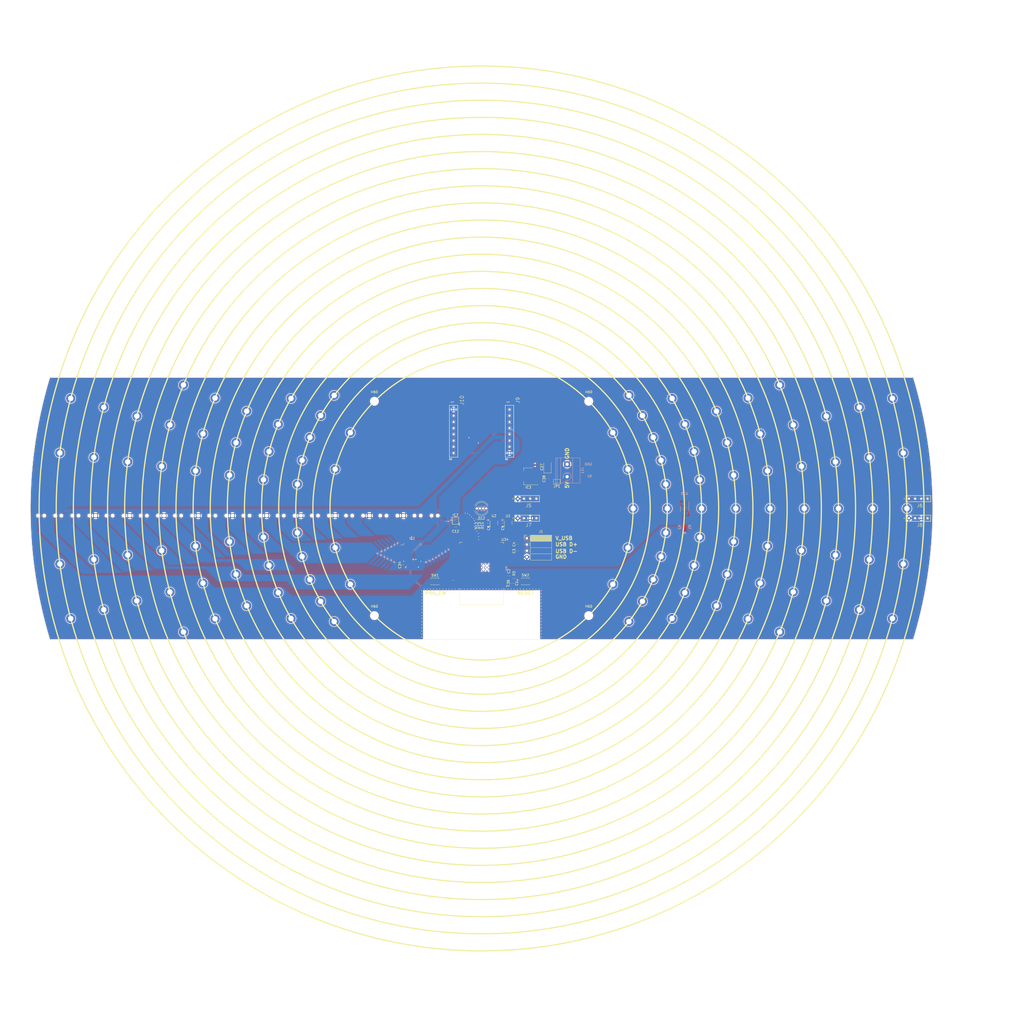
<source format=kicad_pcb>
(kicad_pcb (version 20221018) (generator pcbnew)
  (title_block (comment 4 "AISLER Project ID: NTOACMDE"))
  (layers (0 "F.Cu" signal) (1 "In1.Cu" power) (2 "In2.Cu" power) (31 "B.Cu" signal) (34 "B.Paste" user) (35 "F.Paste" user) (36 "B.SilkS" user "B.Silkscreen") (37 "F.SilkS" user "F.Silkscreen") (38 "B.Mask" user) (39 "F.Mask" user) (44 "Edge.Cuts" user))
  (net 0 "")
  (net 1 "Net-(U34-IO0)")
  (net 2 "Net-(U35-A)")
  (net 3 "/CLK unbuffered")
  (net 4 "/MISO unbuffered")
  (net 5 "/MOSI unbuffered")
  (net 6 "/CS0")
  (net 7 "/CS1 unbuffered")
  (net 9 "/LED_CLK")
  (net 10 "/LED_DATA")
  (net 19 "/GND")
  (net 20 "/3.3V")
  (net 21 "/SS12")
  (net 22 "/SS11")
  (net 23 "/SS10")
  (net 24 "/SS9")
  (net 25 "/SS8")
  (net 26 "/SS7")
  (net 27 "/SS6")
  (net 28 "/SS5")
  (net 29 "/SS4")
  (net 30 "/SS3")
  (net 31 "/SS2")
  (net 32 "/SS1")
  (net 33 "/MOSI")
  (net 34 "/CLK")
  (net 35 "/SS17")
  (net 36 "/SS18")
  (net 37 "/SS19")
  (net 38 "/SS20")
  (net 39 "/SS21")
  (net 40 "/SS22")
  (net 41 "/SS23")
  (net 42 "/SS24")
  (net 43 "/SS25")
  (net 44 "/SS26")
  (net 45 "/SS27")
  (net 46 "/SS28")
  (net 47 "/SS29")
  (net 48 "/SS30")
  (net 49 "/SS31")
  (net 50 "/SS32")
  (net 51 "/CS1")
  (net 52 "/SS16")
  (net 53 "/SS15")
  (net 54 "/SS14")
  (net 55 "/SS13")
  (net 56 "/MISO")
  (net 57 "/5V")
  (net 58 "/LDC_CLK")
  (net 59 "/LDC_INT")
  (net 60 "/LDC_CS")
  (net 61 "Net-(U34-EN)")
  (net 62 "/V_BUS")
  (net 69 "/USB_D-")
  (net 70 "/USB_D+")
  (net 83 "/QRE_OUT")
  (net 85 "/LED_CLK_unbuffered")
  (net 87 "/LED_DATA_unbuffered")
  (net 97 "Net-(D12-RK)")
  (net 98 "Net-(D12-GK)")
  (net 99 "Net-(D12-BK)")
  (net 100 "/LED_BLUE")
  (net 101 "/LED_GREEN")
  (net 102 "/LED_RED")
  (footprint "Own_Library:SAMTEC_SLW-104-01-G-S" (layer "F.Cu") (at 243.61 229 180)
    (fp_text reference "J7")
    (fp_text value "SLW-104-01-G-S" hide)
  )
  (footprint "Own_Library:MountingHole_M2_own" (layer "F.Cu") (at 338.979248 255.540647)
    (fp_text reference "H1" hide)
    (fp_text value "MountingHole_Pad" hide)
  )
  (footprint "MountingHole:MountingHole_3.2mm_M3_DIN965" (layer "F.Cu") (at 268.84062 268.84062)
    (fp_text reference "H60")
    (fp_text value "MountingHole")
  )
  (footprint "Own_Library:MountingHole_M2_own" (layer "F.Cu") (at 314.230038 236.747357)
    (fp_text reference "H1" hide)
    (fp_text value "MountingHole_Pad" hide)
  )
  (footprint "Own_Library:MountingHole_M2_own" (layer "F.Cu") (at 97.497791 190.835886)
    (fp_text reference "H1" hide)
    (fp_text value "MountingHole_Pad" hide)
  )
  (footprint "Own_Library:MountingHole_M2_own" (layer "F.Cu") (at 328.110266 211.425276)
    (fp_text reference "H1" hide)
    (fp_text value "MountingHole_Pad" hide)
  )
  (footprint "Own_Library:MountingHole_M2_own" (layer "F.Cu") (at 56.928906 179.965486)
    (fp_text reference "H1" hide)
    (fp_text value "MountingHole_Pad" hide)
  )
  (footprint "Own_Library:MountingHole_M2_own" (layer "F.Cu") (at 80.24905 244.056824)
    (fp_text reference "H1" hide)
    (fp_text value "MountingHole_Pad" hide)
  )
  (footprint "Own_Library:ESP32-S3-WROOM-1-N16R2" (layer "F.Cu") (at 225 251.61 180)
    (fp_text reference "U34")
    (fp_text value "ESP32-S3-WROOM-1-n16r8")
  )
  (footprint "Own_Library:MountingHole_M2_own" (layer "F.Cu") (at 147.057714 180)
    (fp_text reference "H1" hide)
    (fp_text value "MountingHole_Pad" hide)
  )
  (footprint "Own_Library:MountingHole_M2_own" (layer "F.Cu") (at 346.952098 275.514213)
    (fp_text reference "H1" hide)
    (fp_text value "MountingHole_Pad" hide)
  )
  (footprint "Capacitor_SMD:C_0402_1005Metric" (layer "F.Cu") (at 238.267 255.6121 -90)
    (fp_text reference "C1")
    (fp_text value "22µ")
  )
  (footprint "Own_Library:mill_max - 0670 RECEPTACLE WITH NO TAIL" (layer "F.Cu") (at 158.1 227.939 90)
    (fp_text reference "H45" hide)
    (fp_text value "MountingHole_Pad" hide)
  )
  (footprint "Own_Library:mill_max - 0670 RECEPTACLE WITH NO TAIL" (layer "F.Cu") (at 81.1 227.939 90)
    (fp_text reference "H23" hide)
    (fp_text value "MountingHole_Pad" hide)
  )
  (footprint "MountingHole:MountingHole_3.2mm_M3_DIN965" (layer "F.Cu") (at 268.84062 181.15938)
    (fp_text reference "H60")
    (fp_text value "MountingHole")
  )
  (footprint "Own_Library:MountingHole_M2_own" (layer "F.Cu") (at 124.543714 198.082819)
    (fp_text reference "H1" hide)
    (fp_text value "MountingHole_Pad" hide)
  )
  (footprint "Own_Library:MountingHole_M2_own" (layer "F.Cu") (at 397.511406 247.711557)
    (fp_text reference "H1" hide)
    (fp_text value "MountingHole_Pad" hide)
  )
  (footprint "Own_Library:MountingHole_M2_own" (layer "F.Cu") (at 128.916529 264.799077)
    (fp_text reference "H1" hide)
    (fp_text value "MountingHole_Pad" hide)
  )
  (footprint "Own_Library:MountingHole_M2_own" (layer "F.Cu") (at 171.306425 256)
    (fp_text reference "H1" hide)
    (fp_text value "MountingHole_Pad" hide)
  )
  (footprint "Own_Library:MountingHole_M2_own" (layer "F.Cu") (at 355.870722 242.229457)
    (fp_text reference "H1" hide)
    (fp_text value "MountingHole_Pad" hide)
  )
  (footprint "Own_Library:MountingHole_M2_own" (layer "F.Cu") (at 334.017785 179.843355)
    (fp_text reference "H1" hide)
    (fp_text value "MountingHole_Pad" hide)
  )
  (footprint "Own_Library:MountingHole_M2_own" (layer "F.Cu") (at 141.850842 190.558491)
    (fp_text reference "H1" hide)
    (fp_text value "MountingHole_Pad" hide)
  )
  (footprint "Own_Library:mill_max - 0670 RECEPTACLE WITH NO TAIL" (layer "F.Cu") (at 200.1 227.939 90)
    (fp_text reference "H57" hide)
    (fp_text value "MountingHole_Pad" hide)
  )
  (footprint "Own_Library:MountingHole_M2_own" (layer "F.Cu") (at 121.889734 238.574724)
    (fp_text reference "H1" hide)
    (fp_text value "MountingHole_Pad" hide)
  )
  (footprint "MountingHole:MountingHole_3.2mm_M3_DIN965" (layer "F.Cu") (at 181.15938 268.84062)
    (fp_text reference "H60")
    (fp_text value "MountingHole")
  )
  (footprint "Own_Library:MountingHole_M2_own" (layer "F.Cu") (at 154.785156 195.916059)
    (fp_text reference "H1" hide)
    (fp_text value "MountingHole_Pad" hide)
  )
  (footprint "Own_Library:mill_max - 0670 RECEPTACLE WITH NO TAIL" (layer "F.Cu") (at 64.56 227.939 90)
    (fp_text reference "H18" hide)
    (fp_text value "MountingHole_Pad" hide)
  )
  (footprint "Own_Library:MountingHole_M2_own" (layer "F.Cu") (at 66.368822 204.115809)
    (fp_text reference "H1" hide)
    (fp_text value "MountingHole_Pad" hide)
  )
  (footprint "Own_Library:MountingHole_M2_own" (layer "F.Cu") (at 385 225)
    (fp_text reference "H1" hide)
    (fp_text value "MountingHole_Pad" hide)
  )
  (footprint "Own_Library:MountingHole_M2_own" (layer "F.Cu") (at 159.182069 187)
    (fp_text reference "H1" hide)
    (fp_text value "MountingHole_Pad" hide)
  )
  (footprint "Own_Library:MountingHole_M2_own" (layer "F.Cu") (at 302.942286 270)
    (fp_text reference "H1" hide)
    (fp_text value "MountingHole_Pad" hide)
  )
  (footprint "Resistor_SMD:R_0402_1005Metric" (layer "F.Cu") (at 225.2 229.57 90)
    (fp_text reference "R14")
    (fp_text value "150")
  )
  (footprint "Own_Library:SAMTEC_SLW-104-01-G-S" (layer "F.Cu") (at 403.63 229 180)
    (fp_text reference "J8")
    (fp_text value "SLW-104-01-G-S" hide)
  )
  (footprint "Own_Library:mill_max - 0670 RECEPTACLE WITH NO TAIL" (layer "F.Cu") (at 127.56 227.939 90)
    (fp_text reference "H36" hide)
    (fp_text value "MountingHole_Pad" hide)
  )
  (footprint "Own_Library:MountingHole_M2_own" (layer "F.Cu") (at 284.887401 208.953219)
    (fp_text reference "H1" hide)
    (fp_text value "MountingHole_Pad" hide)
  )
  (footprint "Package_TO_SOT_SMD:SOT-223" (layer "F.Cu") (at 244.118 211.855 180)
    (fp_text reference "IC3")
    (fp_text value "LM3940IMP-3.3_NOPB")
  )
  (footprint "Own_Library:MountingHole_M2_own" (layer "F.Cu") (at 128.916529 185.200923)
    (fp_text reference "H1" hide)
    (fp_text value "MountingHole_Pad" hide)
  )
  (footprint "Own_Library:MountingHole_M2_own" (layer "F.Cu") (at 366.025171 187.212419)
    (fp_text reference "H1" hide)
    (fp_text value "MountingHole_Pad" hide)
  )
  (footprint "Own_Library:mill_max - 0670 RECEPTACLE WITH NO TAIL" (layer "F.Cu") (at 53.1 227.939 90)
    (fp_text reference "H15" hide)
    (fp_text value "MountingHole_Pad" hide)
  )
  (footprint "Own_Library:MountingHole_M2_own" (layer "F.Cu") (at 357 225)
    (fp_text reference "H1" hide)
    (fp_text value "MountingHole_Pad" hide)
  )
  (footprint "Capacitor_SMD:C_0402_1005Metric" (layer "F.Cu") (at 227.74555 231.091579 90)
    (fp_text reference "C6")
    (fp_text value "0.1µ")
  )
  (footprint "Own_Library:MountingHole_M2_own" (layer "F.Cu") (at 154.785156 254.083941)
    (fp_text reference "H1" hide)
    (fp_text value "MountingHole_Pad" hide)
  )
  (footprint "Own_Library:mill_max - 0670 RECEPTACLE WITH NO TAIL" (layer "F.Cu") (at 74.1 227.939 90)
    (fp_text reference "H21" hide)
    (fp_text value "MountingHole_Pad" hide)
  )
  (footprint "Own_Library:mill_max - 0670 RECEPTACLE WITH NO TAIL" (layer "F.Cu") (at 99.56 227.939 90)
    (fp_text reference "H28" hide)
    (fp_text value "MountingHole_Pad" hide)
  )
  (footprint "Button_Switch_SMD:SW_SPST_B3U-1000P" (layer "F.Cu") (at 242.9832 254.845 180)
    (fp_text reference "SW2")
    (fp_text value "SW_Reset")
  )
  (footprint "Own_Library:MountingHole_M2_own" (layer "F.Cu") (at 83.974829 187.212419)
    (fp_text reference "H1" hide)
    (fp_text value "MountingHole_Pad" hide)
  )
  (footprint "Own_Library:MountingHole_M2_own" (layer "F.Cu") (at 383.631178 245.884191)
    (fp_text reference "H1" hide)
    (fp_text value "MountingHole_Pad" hide)
  )
  (footprint "Own_Library:mill_max - 0670 RECEPTACLE WITH NO TAIL" (layer "F.Cu") (at 190.56 227.939 90)
    (fp_text reference "H54" hide)
    (fp_text value "MountingHole_Pad" hide)
  )
  (footprint "Own_Library:MountingHole_M2_own" (layer "F.Cu") (at 371 225)
    (fp_text reference "H1" hide)
    (fp_text value "MountingHole_Pad" hide)
  )
  (footprint "Own_Library:mill_max - 0670 RECEPTACLE WITH NO TAIL" (layer "F.Cu") (at 43.56 227.939 90)
    (fp_text reference "H12" hide)
    (fp_text value "MountingHole_Pad" hide)
  )
  (footprint "Package_TO_SOT_SMD:SOT-23-5" (layer "F.Cu") (at 235.899671 230.837579 90)
    (fp_text reference "U1")
    (fp_text value "SN74LV1T34DBV")
  )
  (footprint "Own_Library:MountingHole_M2_own" (layer "F.Cu") (at 393.071094 270.034514)
    (fp_text reference "H1" hide)
    (fp_text value "MountingHole_Pad" hide)
  )
  (footprint "Own_Library:mill_max - 0670 RECEPTACLE WITH NO TAIL" (layer "F.Cu") (at 162.56 227.939 90)
    (fp_text reference "H46" hide)
    (fp_text value "MountingHole_Pad" hide)
  )
  (footprint "Own_Library:mill_max - 0670 RECEPTACLE WITH NO TAIL" (layer "F.Cu") (at 57.56 227.939 90)
    (fp_text reference "H16" hide)
    (fp_text value "MountingHole_Pad" hide)
  )
  (footprint "Own_Library:MountingHole_M2_own" (layer "F.Cu") (at 165.112599 208.953219)
    (fp_text reference "H1" hide)
    (fp_text value "MountingHole_Pad" hide)
  )
  (footprint "Own_Library:mill_max - 0670 RECEPTACLE WITH NO TAIL" (layer "F.Cu") (at 50.56 227.939 90)
    (fp_text reference "H14" hide)
    (fp_text value "MountingHole_Pad" hide)
  )
  (footprint "Resistor_SMD:R_0402_1005Metric" (layer "F.Cu") (at 223.04 229.57 90)
    (fp_text reference "R12")
    (fp_text value "220")
  )
  (footprint "Own_Library:MountingHole_M2_own" (layer "F.Cu") (at 328.110266 238.574724)
    (fp_text reference "H1" hide)
    (fp_text value "MountingHole_Pad" hide)
  )
  (footprint "Capacitor_SMD:C_0402_1005Metric" (layer "F.Cu") (at 236.176 252.5641 90)
    (fp_text reference "C2")
    (fp_text value "1µ")
  )
  (footprint "Jumper:SolderJumper-2_P1.3mm_Open_Pad1.0x1.5mm" (layer "F.Cu") (at 255.802 214.141 180)
    (fp_text reference "JP1")
    (fp_text value "SolderJumper_2_Bridged")
  )
  (footprint "Own_Library:mill_max - 0670 RECEPTACLE WITH NO TAIL" (layer "F.Cu") (at 92.56 227.939 90)
    (fp_text reference "H26" hide)
    (fp_text value "MountingHole_Pad" hide)
  )
  (footprint "Own_Library:MountingHole_M2_own" (layer "F.Cu") (at 352.502209 259.164114)
    (fp_text reference "H1" hide)
    (fp_text value "MountingHole_Pad" hide)
  )
  (footprint "Own_Library:mill_max - 0670 RECEPTACLE WITH NO TAIL" (layer "F.Cu") (at 78.56 227.939 90)
    (fp_text reference "H22" hide)
    (fp_text value "MountingHole_Pad" hide)
  )
  (footprint "Own_Library:mill_max - 0670 RECEPTACLE WITH NO TAIL" (layer "F.Cu") (at 151.1 227.939 90)
    (fp_text reference "H43" hide)
    (fp_text value "MountingHole_Pad" hide)
  )
  (footprint "Own_Library:MountingHole_M2_own" (layer "F.Cu") (at 300.349809 215.080009)
    (fp_text reference "H1" hide)
    (fp_text value "MountingHole_Pad" hide)
  )
  (footprint "Own_Library:MountingHole_M2_own" (layer "F.Cu") (at 124.543714 251.917181)
    (fp_text reference "H1" hide)
    (fp_text value "MountingHole_Pad" hide)
  )
  (footprint "Own_Library:MountingHole_M2_own" (layer "F.Cu") (at 121.889734 211.425276)
    (fp_text reference "H1" hide)
    (fp_text value "MountingHole_Pad" hide)
  )
  (footprint "Own_Library:MountingHole_M2_own" (layer "F.Cu") (at 103.047902 174.485787)
    (fp_text reference "H1" hide)
    (fp_text value "MountingHole_Pad" hide)
  )
  (footprint "Own_Library:MountingHole_M2_own" (layer "F.Cu") (at 115.982215 270.156645)
    (fp_text reference "H1" hide)
    (fp_text value "MountingHole_Pad" hide)
  )
  (footprint "Capacitor_Tantalum_SMD:CP_EIA-3528-15_AVX-H" (layer "F.Cu") (at 251.992 208.045 90)
    (fp_text reference "C37")
    (fp_text value "33µF")
  )
  (footprint "Own_Library:SAMTEC-SLW-108-01-X-S" (layer "F.Cu") (at 213.57 193.411 -90)
    (fp_text reference "J10")
    (fp_text value "SAMTEC-SLW-108-01-X-S")
  )
  (footprint "Own_Library:MountingHole_M2_own" (layer "F.Cu") (at 301 225)
    (fp_text reference "H1" hide)
    (fp_text value "MountingHole_Pad" hide)
  )
  (footprint "Own_Library:MountingHole_M2_own" (layer "F.Cu") (at 399 225)
    (fp_text reference "H1" hide)
    (fp_text value "MountingHole_Pad" hide)
  )
  (footprint "Own_Library:MountingHole_M2_own" (layer "F.Cu") (at 308.149158 259.441509)
    (fp_text reference "H1" hide)
    (fp_text value "MountingHole_Pad" hide)
  )
  (footprint "Own_Library:MountingHole_M2_own" (layer "F.Cu") (at 159.182069 263)
    (fp_text reference "H1" hide)
    (fp_text value "MountingHole_Pad" hide)
  )
  (footprint "Own_Library:mill_max - 0670 RECEPTACLE WITH NO TAIL" (layer "F.Cu") (at 120.56 227.939 90)
    (fp_text reference "H34" hide)
    (fp_text value "MountingHole_Pad" hide)
  )
  (footprint "Own_Library:MountingHole_M2_own" (layer "F.Cu") (at 366.025171 262.787581)
    (fp_text reference "H1" hide)
    (fp_text value "MountingHole_Pad" hide)
  )
  (footprint "Own_Library:mill_max - 0670 RECEPTACLE WITH NO TAIL" (layer "F.Cu") (at 169.56 227.939 90)
    (fp_text reference "H48" hide)
    (fp_text value "MountingHole_Pad" hide)
  )
  (footprint "Own_Library:mill_max - 0670 RECEPTACLE WITH NO TAIL" (layer "F.Cu") (at 109.1 227.939 90)
    (fp_text reference "H31" hide)
    (fp_text value "MountingHole_Pad" hide)
  )
  (footprint "Own_Library:MountingHole_M2_own" (layer "F.Cu") (at 295.214844 254.083941)
    (fp_text reference "H1" hide)
    (fp_text value "MountingHole_Pad" hide)
  )
  (footprint "Own_Library:MountingHole_M2_own" (layer "F.Cu") (at 369.75095 244.056824)
    (fp_text reference "H1" hide)
    (fp_text value "MountingHole_Pad" hide)
  )
  (footprint "Own_Library:MountingHole_M2_own" (layer "F.Cu") (at 149.650191 215.080009)
    (fp_text reference "H1" hide)
    (fp_text value "MountingHole_Pad" hide)
  )
  (footprint "Own_Library:MountingHole_M2_own" (layer "F.Cu") (at 284.887401 241.046781)
    (fp_text reference "H1" hide)
    (fp_text value "MountingHole_Pad" hide)
  )
  (footprint "Own_Library:mill_max - 0670 RECEPTACLE WITH NO TAIL" (layer "F.Cu") (at 130.1 227.939 90)
    (fp_text reference "H37" hide)
    (fp_text value "MountingHole_Pad" hide)
  )
  (footprint "Own_Library:MountingHole_M2_own" (layer "F.Cu") (at 138.066676 248.293714)
    (fp_text reference "H1" hide)
    (fp_text value "MountingHole_Pad" hide)
  )
  (footprint "Own_Library:MountingHole_M2_own" (layer "F.Cu") (at 298.410363 244.670247)
    (fp_text reference "H1" hide)
    (fp_text value "MountingHole_Pad" hide)
  )
  (footprint "Own_Library:mill_max - 0670 RECEPTACLE WITH NO TAIL" (layer "F.Cu") (at 165.1 227.939 90)
    (fp_text reference "H47" hide)
    (fp_text value "MountingHole_Pad" hide)
  )
  (footprint "Own_Library:MountingHole_M2_own" (layer "F.Cu") (at 311.933324 248.293714)
    (fp_text reference "H1" hide)
    (fp_text value "MountingHole_Pad" hide)
  )
  (footprint "Own_Library:MountingHole_M2_own" (layer "F.Cu") (at 165.112599 241.046781)
    (fp_text reference "H1" hide)
    (fp_text value "MountingHole_Pad" hide)
  )
  (footprint "Own_Library:MountingHole_M2_own" (layer "F.Cu") (at 115.982215 179.843355)
    (fp_text reference "H1" hide)
    (fp_text value "MountingHole_Pad" hide)
  )
  (footprint "Own_Library:MountingHole_M2_own" (layer "F.Cu") (at 141.850842 259.441509)
    (fp_text reference "H1" hide)
    (fp_text value "MountingHole_Pad" hide)
  )
  (footprint "Own_Library:MountingHole_M2_own" (layer "F.Cu") (at 97.497791 259.164114)
    (fp_text reference "H1" hide)
    (fp_text value "MountingHole_Pad" hide)
  )
  (footprint "Own_Library:MountingHole_M2_own" (layer "F.Cu") (at 52.488594 202.288443)
    (fp_text reference "H1" hide)
    (fp_text value "MountingHole_Pad" hide)
  )
  (footprint "Own_Library:MountingHole_M2_own" (layer "F.Cu") (at 314.230038 213.252643)
    (fp_text reference "H1" hide)
    (fp_text value "MountingHole_Pad" hide)
  )
  (footprint "Own_Library:SAMTEC-SLW-108-01-X-S" (layer "F.Cu") (at 236.43 193.411 -90)
    (fp_text reference "J9")
    (fp_text value "SAMTEC-SLW-108-01-X-S")
  )
  (footprint "Own_Library:MountingHole_M2_own" (layer "F.Cu") (at 341.990494 209.597909)
    (fp_text reference "H1" hide)
    (fp_text value "MountingHole_Pad" hide)
  )
  (footprint "Own_Library:mill_max - 0670 RECEPTACLE WITH NO TAIL" (layer "F.Cu") (at 116.1 227.939 90)
    (fp_text reference "H33" hide)
    (fp_text value "MountingHole_Pad" hide)
  )
  (footprint "Resistor_SMD:R_0402_1005Metric" (layer "F.Cu") (at 238.267 253.64545 90)
    (fp_text reference "R3")
    (fp_text value "10k")
  )
  (footprint "Own_Library:mill_max - 0670 RECEPTACLE WITH NO TAIL" (layer "F.Cu") (at 155.56 227.939 90)
    (fp_text reference "H44" hide)
    (fp_text value "MountingHole_Pad" hide)
  )
  (footprint "Own_Library:MountingHole_M2_own" (layer "F.Cu") (at 52.488594 247.711557)
    (fp_text reference "H1" hide)
    (fp_text value "MountingHole_Pad" hide)
  )
  (footprint "Own_Library:MountingHole_M2_own" (layer "F.Cu") (at 70.451868 266.411047)
    (fp_text reference "H1" hide)
    (fp_text value "MountingHole_Pad" hide)
  )
  (footprint "Capacitor_SMD:C_0402_1005Metric" (layer "F.Cu") (at 239.605 239.6656 90)
    (fp_text reference "C4")
    (fp_text value "22pF")
  )
  (footprint "Own_Library:mill_max - 0670 RECEPTACLE WITH NO TAIL" (layer "F.Cu") (at 172.1 227.939 90)
    (fp_text reference "H49" hide)
    (fp_text value "MountingHole_Pad" hide)
  )
  (footprint "Own_Library:mill_max - 0670 RECEPTACLE WITH NO TAIL" (layer "F.Cu") (at 71.56 227.939 90)
    (fp_text reference "H20" hide)
    (fp_text value "MountingHole_Pad" hide)
  )
  (footprint "Own_Library:mill_max - 0670 RECEPTACLE WITH NO TAIL" (layer "F.Cu") (at 204.56 227.939 90)
    (fp_text reference "H58" hide)
    (fp_text value "MountingHole_Pad" hide)
  )
  (footprint "Own_Library:MountingHole_M2_own" (layer "F.Cu") (at 285.294854 271.265869)
    (fp_text reference "H1" hide)
    (fp_text value "MountingHole_Pad" hide)
  )
  (footprint "Own_Library:MountingHole_M2_own" (layer "F.Cu") (at 164.705146 271.265869)
    (fp_text reference "H1" hide)
    (fp_text value "MountingHole_Pad" hide)
  )
  (footprint "Own_Library:MountingHole_M2_own" (layer "F.Cu") (at 308.149158 190.558491)
    (fp_text reference "H1" hide)
    (fp_text value "MountingHole_Pad" hide)
  )
  (footprint "Own_Library:MountingHole_M2_own" (layer "F.Cu") (at 80.24905 205.943176)
    (fp_text reference "H1" hide)
    (fp_text value "MountingHole_Pad" hide)
  )
  (footprint "Own_Library:MountingHole_M2_own" (layer "F.Cu") (at 135.769962 236.747357)
    (fp_text reference "H1" hide)
    (fp_text value "MountingHole_Pad" hide)
  )
  (footprint "Own_Library:MountingHole_M2_own" (layer "F.Cu") (at 108.009506 209.597909)
    (fp_text reference "H1" hide)
    (fp_text value "MountingHole_Pad" hide)
  )
  (footprint "Capacitor_SMD:C_0402_1005Metric" (layer "F.Cu") (at 214.335071 232.573579 -90)
    (fp_text reference "C12")
    (fp_text value "0.1µ")
  )
  (footprint "Own_Library:MountingHole_M2_own" (layer "F.Cu") (at 341.990494 240.402091)
    (fp_text reference "H1" hide)
    (fp_text value "MountingHole_Pad" hide)
  )
  (footprint "Resistor_SMD:R_0402_1005Metric" (layer "F.Cu") (at 224.12 229.57 90)
    (fp_text reference "R13")
    (fp_text value "100")
  )
  (footprint "Own_Library:MountingHole_M2_own" (layer "F.Cu") (at 379.548132 183.588953)
    (fp_text reference "H1" hide)
    (fp_text value "MountingHole_Pad" hide)
  )
  (footprint "Own_Library:MountingHole_M2_own" (layer "F.Cu") (at 321.083471 264.799077)
    (fp_text reference "H1" hide)
    (fp_text value "MountingHole_Pad" hide)
  )
  (footprint "Capacitor_SMD:C_0603_1608Metric" (layer "F.Cu") (at 251.992 212.871 90)
    (fp_text reference "C38")
    (fp_text value "0.47µF")
  )
  (footprint "Capacitor_SMD:C_0402_1005Metric" (layer "F.Cu") (at 239.5954 242.3808 -90)
    (fp_text reference "C3")
    (fp_text value "22pF")
  )
  (footprint "Own_Library:MountingHole_M2_own" (layer "F.Cu") (at 83.974829 262.787581)
    (fp_text reference "H1" hide)
    (fp_text value "MountingHole_Pad" hide)
  )
  (footprint "Own_Library:mill_max - 0670 RECEPTACLE WITH NO TAIL" (layer "F.Cu") (at 88.1 227.939 90)
    (fp_text reference "H25" hide)
    (fp_text value "MountingHole_Pad" hide)
  )
  (footprint "Own_Library:MountingHole_M2_own" (layer "F.Cu") (at 111.020752 255.540647)
    (fp_text reference "H1" hide)
    (fp_text value "MountingHole_Pad" hide)
  )
  (footprint "Own_Library:MountingHole_M2_own" (layer "F.Cu") (at 290.817931 263)
    (fp_text reference "H1" hide)
    (fp_text value "MountingHole_Pad" hide)
  )
  (footprint "Connector_PinSocket_2.54mm:PinSocket_1x04_P2.54mm_Horizontal" (layer "F.Cu") (at 253.688 237.215)
    (fp_text reference "J1")
    (fp_text value "0022232041")
  )
  (footprint "Own_Library:MountingHole_M2_own" (layer "F.Cu") (at 138.066676 201.706286)
    (fp_text reference "H1" hide)
    (fp_text value "MountingHole_Pad" hide)
  )
  (footprint "Own_Library:mill_max - 0670 RECEPTACLE WITH NO TAIL" (layer "F.Cu") (at 85.56 227.939 90)
    (fp_text reference "H24" hide)
    (fp_text value "MountingHole_Pad" hide)
  )
  (footprint "Own_Library:mill_max - 0670 RECEPTACLE WITH NO TAIL" (layer "F.Cu") (at 141.56 227.939 90)
    (fp_text reference "H40" hide)
    (fp_text value "MountingHole_Pad" hide)
  )
  (footprint "Own_Library:MountingHole_M2_own" (layer "F.Cu") (at 149.650191 234.919991)
    (fp_text reference "H1" hide)
    (fp_text value "MountingHole_Pad" hide)
  )
  (footprint "Own_Library:MountingHole_M2_own" (layer "F.Cu") (at 151.589637 244.670247)
    (fp_text reference "H1" hide)
    (fp_text value "MountingHole_Pad" hide)
  )
  (footprint "Own_Library:MountingHole_M2_own" (layer "F.Cu") (at 56.928906 270.034514)
    (fp_text reference "H1" hide)
    (fp_text value "MountingHole_Pad" hide)
  )
  (footprint "Own_Library:mill_max - 0670 RECEPTACLE WITH NO TAIL" (layer "F.Cu") (at 176.56 227.939 90)
    (fp_text reference "H50" hide)
    (fp_text value "MountingHole_Pad" hide)
  )
  (footprint "Own_Library:MountingHole_M2_own" (layer "F.Cu") (at 315 225)
    (fp_text reference "H1" hide)
    (fp_text value "MountingHole_Pad" hide)
  )
  (footprint "Own_Library:MountingHole_M2_own" (layer "F.Cu") (at 94.129278 242.229457)
    (fp_text reference "H1" hide)
    (fp_text value "MountingHole_Pad" hide)
  )
  (footprint "Own_Library:MountingHole_M2_own" (layer "F.Cu") (at 325.456286 198.082819)
    (fp_text reference "H1" hide)
    (fp_text value "MountingHole_Pad" hide)
  )
  (footprint "Own_Library:mill_max - 0670 RECEPTACLE WITH NO TAIL" (layer "F.Cu") (at 123.1 227.939 90)
    (fp_text reference "H35" hide)
    (fp_text value "MountingHole_Pad" hide)
  )
  (footprint "Own_Library:MountingHole_M2_own" (layer "F.Cu") (at 355.870722 207.770543)
    (fp_text reference "H1" hide)
    (fp_text value "MountingHole_Pad" hide)
  )
  (footprint "Capacitor_SMD:C_0402_1005Metric" (layer "F.Cu") (at 233.5852 231.0706 90)
    (fp_text reference "C5")
    (fp_text value "0.1µ")
  )
  (footprint "Capacitor_SMD:C_0402_1005Metric" (layer "F.Cu") (at 237.065 255.6121 -90)
    (fp_text reference "C36")
    (fp_text value "0.1µ")
  )
  (footprint "Own_Library:mill_max - 0670 RECEPTACLE WITH NO TAIL" (layer "F.Cu") (at 144.1 227.939 90)
    (fp_text reference "H41" hide)
    (fp_text value "MountingHole_Pad" hide)
  )
  (footprint "Own_Library:MountingHole_M2_own" (layer "F.Cu") (at 278.693575 194)
    (fp_text reference "H1" hide)
    (fp_text value "MountingHole_Pad" hide)
  )
  (footprint "Own_Library:MountingHole_M2_own" (layer "F.Cu") (at 290.817931 187)
    (fp_text reference "H1" hide)
    (fp_text value "MountingHole_Pad" hide)
  )
  (footprint "Own_Library:MountingHole_M2_own" (layer "F.Cu") (at 346.952098 174.485787)
    (fp_text reference "H1" hide)
    (fp_text value "MountingHole_Pad" hide)
  )
  (footprint "Own_Library:mill_max - 0670 RECEPTACLE WITH NO TAIL" (layer "F.Cu") (at 102.1 227.939 90)
    (fp_text reference "H29" hide)
    (fp_text value "MountingHole_Pad" hide)
  )
  (footprint "Own_Library:mill_max - 0670 RECEPTACLE WITH NO TAIL" (layer "F.Cu") (at 46.1 227.939 90)
    (fp_text reference "H13" hide)
    (fp_text value "MountingHole_Pad" hide)
  )
  (footprint "Own_Library:MountingHole_M2_own" (layer "F.Cu") (at 383.631178 204.115809)
    (fp_text reference "H1" hide)
    (fp_text value "MountingHole_Pad" hide)
  )
  (footprint "Capacitor_SMD:C_0402_1005Metric" (layer "F.Cu") (at 192.683 248.141 90)
    (fp_text reference "C34")
    (fp_text value "0.1µ")
  )
  (footprint "Own_Library:MountingHole_M2_own" (layer "F.Cu") (at 66.368822 245.884191)
    (fp_text reference "H1" hide)
    (fp_text value "MountingHole_Pad" hide)
  )
  (footprint "Own_Library:mill_max - 0670 RECEPTACLE WITH NO TAIL" (layer "F.Cu") (at 134.56 227.939 90)
    (fp_text reference "H38" hide)
    (fp_text value "MountingHole_Pad" hide)
  )
  (footprint "Own_Library:MountingHole_M2_own" (layer "F.Cu") (at 300.349809 234.919991)
    (fp_text reference "H1" hide)
    (fp_text value "MountingHole_Pad" hide)
  )
  (footprint "Own_Library:MountingHole_M2_own" (layer "F.Cu") (at 111.020752 194.459353)
    (fp_text reference "H1" hide)
    (fp_text value "MountingHole_Pad" hide)
  )
  (footprint "Own_Library:mill_max - 0670 RECEPTACLE WITH NO TAIL" (layer "F.Cu") (at 186.1 227.939 90)
    (fp_text reference "H53" hide)
    (fp_text value "MountingHole_Pad" hide)
  )
  (footprint "Own_Library:SAMTEC_SLW-104-01-G-S" (layer "F.Cu") (at 403.63 221 180)
    (fp_text reference "J6")
    (fp_text value "SLW-104-01-G-S" hide)
  )
  (footprint "Own_Library:MountingHole_M2_own" (layer "F.Cu") (at 369.75095 205.943176)
    (fp_text reference "H1" hide)
    (fp_text value "MountingHole_Pad" hide)
  )
  (footprint "Own_Library:MountingHole_M2_own" (layer "F.Cu") (at 164.705146 178.734131)
    (fp_text reference "H1" hide)
    (fp_text value "MountingHole_Pad" hide)
  )
  (footprint "Own_Library:MountingHole_M2_own" (layer "F.Cu") (at 393.071094 179.965486)
    (fp_text reference "H1" hide)
    (fp_text value "MountingHole_Pad" hide)
  )
  (footprint "Own_Library:mill_max - 0670 RECEPTACLE WITH NO TAIL" (layer "F.Cu") (at 193.1 227.939 90)
    (fp_text reference "H55" hide)
    (fp_text value "MountingHole_Pad" hide)
  )
  (footprint "Own_Library:MountingHole_M2_own" (layer "F.Cu") (at 397.511406 202.288443)
    (fp_text reference "H1" hide)
    (fp_text value "MountingHole_Pad" hide)
  )
  (footprint "Own_Library:mill_max - 0670 RECEPTACLE WITH NO TAIL" (layer "F.Cu") (at 207.1 227.939 90)
    (fp_text reference "H59" hide)
    (fp_text value "MountingHole_Pad" hide)
  )
  (footprint "Button_Switch_SMD:SW_SPST_B3U-1000P" (layer "F.Cu") (at 205.95 254.845)
    (fp_text reference "SW1")
    (fp_text value "SW_Boot")
  )
  (footprint "Own_Library:MountingHole_M2_own" (layer "F.Cu") (at 171.306425 194)
    (fp_text reference "H1" hide)
    (fp_text value "MountingHole_Pad" hide)
  )
  (footprint "Own_Library:MountingHole_M2_own" (layer "F.Cu") (at 147.057714 270)
    (fp_text reference "H1" hide)
    (fp_text value "MountingHole_Pad" hide)
  )
  (footprint "Package_TO_SOT_SMD:SOT-23-5" (layer "F.Cu") (at 230.057671 230.837579 90)
    (fp_text reference "U2")
    (fp_text value "SN74LV1T34DBV")
  )
  (footprint "MountingHole:MountingHole_3.2mm_M3_DIN965" (layer "F.Cu") (at 181.15938 181.15938)
    (fp_text reference "H60")
    (fp_text value "MountingHole")
  )
  (footprint "Own_Library:MountingHole_M2_own" (layer "F.Cu") (at 295.214844 195.916059)
    (fp_text reference "H1" hide)
    (fp_text value "MountingHole_Pad" hide)
  )
  (footprint "Own_Library:MountingHole_M2_own" (layer "F.Cu") (at 302.942286 180)
    (fp_text reference "H1" hide)
    (fp_text value "MountingHole_Pad" hide)
  )
  (footprint "Own_Library:mill_max - 0670 RECEPTACLE WITH NO TAIL" (layer "F.Cu") (at 67.1 227.939 90)
    (fp_text reference "H19" hide)
    (fp_text value "MountingHole_Pad" hide)
  )
  (footprint "Own_Library:MountingHole_M2_own" (layer "F.Cu") (at 352.502209 190.835886)
    (fp_text reference "H1" hide)
    (fp_text value "MountingHole_Pad" hide)
  )
  (footprint "Own_Library:MountingHole_M2_own" (layer "F.Cu") (at 135.769962 213.252643)
    (fp_text reference "H1" hide)
    (fp_text value "MountingHole_Pad" hide)
  )
  (footprint "Own_Library:MountingHole_M2_own" (layer "F.Cu") (at 379.548132 266.411047)
    (fp_text reference "H1" hide)
    (fp_text value "MountingHole_Pad" hide)
  )
  (footprint "Own_Library:MountingHole_M2_own" (layer "F.Cu") (at 321.083471 185.200923)
    (fp_text reference "H1" hide)
    (fp_text value "MountingHole_Pad" hide)
  )
  (footprint "Own_Library:MountingHole_M2_own" (layer "F.Cu") (at 334.017785 270.156645)
    (fp_text reference "H1" hide)
    (fp_text value "MountingHole_Pad" hide)
  )
  (footprint "Own_Library:mill_max - 0670 RECEPTACLE WITH NO TAIL" (layer "F.Cu") (at 95.1 227.939 90)
    (fp_text reference "H27" hide)
    (fp_text value "MountingHole_Pad" hide)
  )
  (footprint "Own_Library:mill_max - 0670 RECEPTACLE WITH NO TAIL" (layer "F.Cu") (at 137.1 227.939 90)
    (fp_text reference "H39" hide)
    (fp_text value "MountingHole_Pad" hide)
  )
  (footprint "Own_Library:SAMTEC_SLW-104-01-G-S" (layer "F.Cu") (at 243.61 221 180)
    (fp_text reference "J5")
    (fp_text value "SLW-104-01-G-S" hide)
  )
  (footprint "Own_Library:MountingHole_M2_own" (layer "F.Cu") (at 298.410363 205.329753)
    (fp_text reference "H1" hide)
    (fp_text value "MountingHole_Pad" hide)
  )
  (footprint "Own_Library:MountingHole_M2_own" (layer "F.Cu") (at 94.129278 207.770543)
    (fp_text reference "H1" hide)
    (fp_text value "MountingHole_Pad" hide)
  )
  (footprint "Own_Library:MountingHole_M2_own" (layer "F.Cu") (at 108.009506 240.402091)
    (fp_text reference "H1" hide)
    (fp_text value "MountingHole_Pad" hide)
  )
  (footprint "Own_Library:MountingHole_M2_own" (layer "F.Cu") (at 311.933324 201.706286)
    (fp_text reference "H1" hide)
    (fp_text value "MountingHole_Pad" hide)
  )
  (footprint "Own_Library:MountingHole_M2_own" (layer "F.Cu") (at 325.456286 251.917181)
    (fp_text reference "H1" hide)
    (fp_text value "MountingHole_Pad" hide)
  )
  (footprint "Own_Library:MountingHole_M2_own" (layer "F.Cu") (at 70.451868 183.588953)
    (fp_text reference "H1" hide)
    (fp_text value "MountingHole_Pad" hide)
  )
  (footprint "Own_Library:mill_max - 0670 RECEPTACLE WITH NO TAIL" (layer "F.Cu") (at 113.56 227.939 90)
    (fp_text reference "H32" hide)
    (fp_text value "MountingHole_Pad" hide)
  )
  (footprint "Own_Library:mill_max - 0670 RECEPTACLE WITH NO TAIL" (layer "F.Cu") (at 183.56 227.939 90)
    (fp_text reference "H52" hide)
    (fp_text value "MountingHole_Pad" hide)
  )
  (footprint "Own_Library:QFN_04RUTR_TEX" (layer "F.Cu") (at 214.335071 230.033579 180)
    (fp_text reference "IC2")
    (fp_text value "TXU0304RUTR" hide)
  )
  (footprint "Own_Library:mill_max - 0670 RECEPTACLE WITH NO TAIL" (layer "F.Cu") (at 106.56 227.939 90)
    (fp_text reference "H30" hide)
    (fp_text value "MountingHole_Pad" hide)
  )
  (footprint "Own_Library:MountingHole_M2_own" (layer "F.Cu") (at 329 225)
    (fp_text reference "H1" hide)
    (fp_text value "MountingHole_Pad" hide)
  )
  (footprint "LED_THT:LED_D5.0mm-4_RGB" (layer "F.Cu") (at 226.9 225 180)
    (fp_text reference "D12")
    (fp_text value "LED_BGAR")
  )
  (footprint "Own_Library:mill_max - 0670 RECEPTACLE WITH NO TAIL" (layer "F.Cu") (at 60.1 227.939 90)
    (fp_text reference "H17" hide)
    (fp_text value "MountingHole_Pad" hide)
  )
  (footprint "Own_Library:MountingHole_M2_own" (layer "F.Cu") (at 338.979248 194.459353)
    (fp_text reference "H1" hide)
    (fp_text value "MountingHole_Pad" hide)
  )
  (footprint "Own_Library:mill_max - 0670 RECEPTACLE WITH NO TAIL" (layer "F.Cu") (at 179.1 227.939 90)
    (fp_text reference "H51" hide)
    (fp_text value "MountingHole_Pad" hide)
  )
  (footprint "Own_Library:mill_max - 0670 RECEPTACLE WITH NO TAIL" (layer "F.Cu") (at 197.56 227.939 90)
    (fp_text reference "H56" hide)
    (fp_text value "MountingHole_Pad" hide)
  )
  (footprint "Own_Library:MountingHole_M2_own" (layer "F.Cu") (at 278.693575 256)
    (fp_text reference "H1" hide)
    (fp_text value "MountingHole_Pad" hide)
  )
  (footprint "Own_Library:MountingHole_M2_own" (layer "F.Cu") (at 103.047902 275.514213)
    (fp_text reference "H1" hide)
    (fp_text value "MountingHole_Pad" hide)
  )
  (footprint "Own_Library:MountingHole_M2_own" (layer "F.Cu") (at 287 225)
    (fp_text reference "H1" hide)
    (fp_text value "MountingHole_Pad" hide)
  )
  (footprint "Own_Library:MountingHole_M2_own" (layer "F.Cu") (at 151.589637 205.329753)
    (fp_text reference "H1" hide)
    (fp_text value "MountingHole_Pad" hide)
  )
  (footprint "Own_Library:MountingHole_M2_own" (layer "F.Cu") (at 285.294854 178.734131)
    (fp_text reference "H1" hide)
    (fp_text value "MountingHole_Pad" hide)
  )
  (footprint "Own_Library:MountingHole_M2_own" (layer "F.Cu") (at 343 225)
    (fp_text reference "H1" hide)
    (fp_text value "MountingHole_Pad" hide)
  )
  (footprint "Own_Library:mill_max - 0670 RECEPTACLE WITH NO TAIL" (layer "F.Cu") (at 148.56 227.939 90)
    (fp_text reference "H42" hide)
    (fp_text value "MountingHole_Pad" hide)
  )
  (footprint "Package_QFP:TQFP-48_7x7mm_P0.5mm" (layer "F.Cu") (at 196.661952 243.098)
    (fp_text reference "IC1")
    (fp_text value "ADG731BSUZ")
  )
  (footprint "Resistor_SMD:R_0402_1005Metric" (layer "B.Cu") (at 307.221998 232.634998 -90)
    (fp_text reference "R2")
    (fp_text value "10K")
  )
  (footprint "Resistor_SMD:R_0402_1005Metric" (layer "B.Cu") (at 309.074 232.62 90)
    (fp_text reference "R1")
    (fp_text value "100")
  )
  (footprint "TerminalBlock_Phoenix:TerminalBlock_Phoenix_MKDS-1,5-2-5.08_1x02_P5.08mm_Horizontal" (layer "B.Cu") (at 260 212 90)
    (fp_text reference "J11")
    (fp_text value "Screw_Terminal_01x02")
  )
  (footprint "OptoDevice:OnSemi_CASE100CY" (layer "B.Cu") (at 308.058 225 180)
    (fp_text reference "U35")
    (fp_text value "QRE1113GR")
  )
  (gr_circle locked (center 225 225) (end 287 225) (stroke (width 0.5)) (fill none) (layer "F.SilkS"))
  (gr_circle locked (center 225 225) (end 315 225) (stroke (width 0.5)) (fill none) (layer "F.SilkS"))
  (gr_circle locked (center 225 225) (end 364 225) (stroke (width 0.5)) (fill none) (layer "F.SilkS"))
  (gr_circle locked (center 225 225) (end 399 225) (stroke (width 0.5)) (fill none) (layer "F.SilkS"))
  (gr_circle locked (center 225 225) (end 357 225) (stroke (width 0.5)) (fill none) (layer "F.SilkS"))
  (gr_circle locked (center 225 225) (end 329 225) (stroke (width 0.5)) (fill none) (layer "F.SilkS"))
  (gr_circle locked (center 225 225) (end 294 225) (stroke (width 0.5)) (fill none) (layer "F.SilkS"))
  (gr_circle locked (center 225 225) (end 385 225) (stroke (width 0.5)) (fill none) (layer "F.SilkS"))
  (gr_circle locked (center 225 225) (end 336 225) (stroke (width 0.5)) (fill none) (layer "F.SilkS"))
  (gr_circle locked (center 225 225) (end 308 225) (stroke (width 0.5)) (fill none) (layer "F.SilkS"))
  (gr_circle locked (center 225 225) (end 343 225) (stroke (width 0.5)) (fill none) (layer "F.SilkS"))
  (gr_circle locked (center 225 225) (end 392 225) (stroke (width 0.5)) (fill none) (layer "F.SilkS"))
  (gr_circle locked (center 225 225) (end 322 225) (stroke (width 0.5)) (fill none) (layer "F.SilkS"))
  (gr_circle locked (center 225 225) (end 406 225) (stroke (width 0.5)) (fill none) (layer "F.SilkS"))
  (gr_circle locked (center 225 225) (end 301 225) (stroke (width 0.5)) (fill none) (layer "F.SilkS"))
  (gr_circle locked (center 225 225) (end 378 225) (stroke (width 0.5)) (fill none) (layer "F.SilkS"))
  (gr_circle locked (center 225 225) (end 371 225) (stroke (width 0.5)) (fill none) (layer "F.SilkS"))
  (gr_circle locked (center 225 225) (end 350 225) (stroke (width 0.5)) (fill none) (layer "F.SilkS"))
  (gr_line (start 48.280214 278.693621) (end 401.721185 278.693621) (stroke (width 0.1)) (layer "Edge.Cuts"))
  (gr_line (start 48.2802 171.306425) (end 401.7212 171.306425) (stroke (width 0.1)) (layer "Edge.Cuts"))
  (gr_arc (start 401.721199 171.306425) (mid 409.698084 225.000024) (end 401.721185 278.693621) (stroke (width 0.1)) (layer "Edge.Cuts"))
  (gr_arc (start 48.280214 278.693621) (mid 40.303255 225.000024) (end 48.2802 171.306425) (stroke (width 0.1)) (layer "Edge.Cuts"))
  (gr_text "5V" (at 270.212 212.427) (layer "B.SilkS") (effects (font (size 1 1)) (justify left bottom mirror)))
  (gr_text "GND\n" (at 270.339 207.474) (layer "B.SilkS") (effects (font (size 1 1)) (justify left bottom mirror)))
  (gr_text "USB D+\n" (at 255.04 240.557) (layer "F.SilkS") (effects (font (size 1.5 1.5) (thickness 0.3) bold) (justify left bottom)))
  (gr_text "5V" (at 260.882 216.935 90) (layer "F.SilkS") (effects (font (size 1.5 1.5) (thickness 0.3) bold) (justify left bottom)))
  (gr_text "GND" (at 255.04 245.637) (layer "F.SilkS") (effects (font (size 1.5 1.5) (thickness 0.3) bold) (justify left bottom)))
  (gr_text "USB D-" (at 255.04 243.351) (layer "F.SilkS") (effects (font (size 1.5 1.5) (thickness 0.3) bold) (justify left bottom)))
  (gr_text "GND" (at 260.882 204.997 90) (layer "F.SilkS") (effects (font (size 1.5 1.5) (thickness 0.3) bold) (justify left bottom)))
  (gr_text "V_USB\n" (at 255.04 238.017) (layer "F.SilkS") (effects (font (size 1.5 1.5) (thickness 0.3) bold) (justify left bottom)))
  (gr_text "RESET\n" (at 239.478 260.433) (layer "F.SilkS") (effects (font (size 1.5 1.5) (thickness 0.3) bold) (justify left bottom)))
  (gr_text "PRG_EN" (at 201.632 260.433) (layer "F.SilkS") (effects (font (size 1.5 1.5) (thickness 0.3) bold) (justify left bottom)))
  (segment (start 212.935 252.305) (end 212.935 241.51) (width 0.4) (layer "F.Cu") (net 1))
  (segment (start 210.395 254.845) (end 212.935 252.305) (width 0.4) (layer "F.Cu") (net 1))
  (segment (start 214.085 240.36) (end 216.25 240.36) (width 0.4) (layer "F.Cu") (net 1))
  (segment (start 212.935 241.51) (end 214.085 240.36) (width 0.4) (layer "F.Cu") (net 1))
  (segment (start 207.65 254.845) (end 210.395 254.845) (width 0.4) (layer "F.Cu") (net 1))
  (segment (start 308.058 231.094) (end 308.058 223.942) (width 0.4) (layer "B.Cu") (net 2))
  (segment (start 308.058 223.942) (end 308.958 223.042) (width 0.4) (layer "B.Cu") (net 2))
  (segment (start 309.074 232.11) (end 308.058 231.094) (width 0.4) (layer "B.Cu") (net 2))
  (segment (start 215.605071 230.033579) (end 216.368379 230.033579) (width 0.3) (layer "F.Cu") (net 3))
  (segment (start 216.368379 230.033579) (end 217.8626 231.5278) (width 0.3) (layer "F.Cu") (net 3))
  (segment (start 217.8626 231.5278) (end 217.8626 234.7536) (width 0.3) (layer "F.Cu") (net 3))
  (segment (start 220.555 237.446) (end 220.555 239.11) (width 0.3) (layer "F.Cu") (net 3))
  (segment (start 214.960071 230.033579) (end 215.605071 230.033579) (width 0.2) (layer "F.Cu") (net 3))
  (segment (start 217.8626 234.7536) (end 220.555 237.446) (width 0.3) (layer "F.Cu") (net 3))
  (segment (start 221.0376 233.6868) (end 221.0376 230.030508) (width 0.3) (layer "F.Cu") (net 4))
  (segment (start 216.062271 227.849179) (end 215.046271 228.865179) (width 0.3) (layer "F.Cu") (net 4))
  (segment (start 218.856271 227.849179) (end 216.062271 227.849179) (width 0.3) (layer "F.Cu") (net 4))
  (segment (start 214.960071 228.951379) (end 215.046271 228.865179) (width 0.2) (layer "F.Cu") (net 4))
  (segment (start 214.960071 229.233479) (end 214.960071 228.951379) (width 0.2) (layer "F.Cu") (net 4))
  (segment (start 223.095 239.11) (end 223.095 235.7442) (width 0.3) (layer "F.Cu") (net 4))
  (segment (start 221.0376 230.030508) (end 218.856271 227.849179) (width 0.3) (layer "F.Cu") (net 4))
  (segment (start 223.095 235.7442) (end 221.0376 233.6868) (width 0.3) (layer "F.Cu") (net 4))
  (segment (start 214.960071 230.433629) (end 215.497121 230.433629) (width 0.2) (layer "F.Cu") (net 5))
  (segment (start 219.285 238.208) (end 216.0846 235.0076) (width 0.3) (layer "F.Cu") (net 5))
  (segment (start 216.0846 231.021108) (end 215.605071 230.541579) (width 0.3) (layer "F.Cu") (net 5))
  (segment (start 215.497121 230.433629) (end 215.605071 230.541579) (width 0.2) (layer "F.Cu") (net 5))
  (segment (start 219.285 239.11) (end 219.285 238.208) (width 0.3) (layer "F.Cu") (net 5))
  (segment (start 216.0846 235.0076) (end 216.0846 231.021108) (width 0.3) (layer "F.Cu") (net 5))
  (segment (start 195.911952 252.598) (end 200.161952 256.848) (width 0.3) (layer "F.Cu") (net 6))
  (segment (start 214.813 255.6) (end 216.25 255.6) (width 0.3) (layer "F.Cu") (net 6))
  (segment (start 195.911952 247.2605) (end 195.911952 252.598) (width 0.3) (layer "F.Cu") (net 6))
  (segment (start 200.161952 256.848) (end 213.565 256.848) (width 0.3) (layer "F.Cu") (net 6))
  (segment (start 213.565 256.848) (end 214.813 255.6) (width 0.3) (layer "F.Cu") (net 6))
  (segment (start 219.4882 231.0706) (end 219.4882 234.398) (width 0.3) (layer "F.Cu") (net 7))
  (segment (start 219.4882 234.398) (end 221.825 236.7348) (width 0.3) (layer "F.Cu") (net 7))
  (segment (start 215.605071 229.271579) (end 215.605071 229.313077) (width 0.2) (layer "F.Cu") (net 7))
  (segment (start 215.605071 229.313077) (end 215.284619 229.633529) (width 0.2) (layer "F.Cu") (net 7))
  (segment (start 215.284619 229.633529) (end 214.960071 229.633529) (width 0.2) (layer "F.Cu") (net 7))
  (segment (start 221.825 236.7348) (end 221.825 239.11) (width 0.3) (layer "F.Cu") (net 7))
  (segment (start 217.689179 229.271579) (end 219.4882 231.0706) (width 0.3) (layer "F.Cu") (net 7))
  (segment (start 215.605071 229.271579) (end 217.689179 229.271579) (width 0.3) (layer "F.Cu") (net 7))
  (segment (start 236.849671 229.030329) (end 244.88 221) (width 0.4) (layer "F.Cu") (net 9))
  (segment (start 236.849671 229.700079) (end 236.849671 229.030329) (width 0.4) (layer "F.Cu") (net 9))
  (segment (start 238.335621 225.004379) (end 242.34 221) (width 0.4) (layer "F.Cu") (net 10))
  (segment (start 235.703371 225.004379) (end 238.335621 225.004379) (width 0.4) (layer "F.Cu") (net 10))
  (segment (start 231.007671 229.700079) (end 235.703371 225.004379) (width 0.4) (layer "F.Cu") (net 10))
  (segment (start 198.911952 247.198) (end 199.411952 247.198) (width 0.3) (layer "F.Cu") (net 19))
  (segment (start 214.335071 229.258579) (end 214.335071 228.204779) (width 0.2) (layer "F.Cu") (net 19))
  (via (at 233.5852 232.4142) (size 0.8) (drill 0.4) (layers "F.Cu" "B.Cu") (net 19))
  (via (at 235.812 257.979) (size 0.7) (drill 0.3) (layers "F.Cu" "B.Cu") (net 19))
  (via (at 204.062 257.979) (size 0.7) (drill 0.3) (layers "F.Cu" "B.Cu") (net 19))
  (via (at 210.500282 230.273752) (size 0.7) (drill 0.3) (layers "F.Cu" "B.Cu") (net 19))
  (via (at 249.4264 267.4532) (size 0.7) (drill 0.3) (layers "F.Cu" "B.Cu") (net 19))
  (via (at 220.0978 227.6924) (size 0.7) (drill 0.3) (layers "F.Cu" "B.Cu") (net 19))
  (via (at 209.142 257.979) (size 0.7) (drill 0.3) (layers "F.Cu" "B.Cu") (net 19))
  (via (at 222.0536 232.3152) (size 0.7) (drill 0.3) (layers "F.Cu" "B.Cu") (net 19))
  (via (at 200.5568 259.884) (size 0.7) (drill 0.3) (layers "F.Cu" "B.Cu") (net 19))
  (via (at 200.5568 275.124) (size 0.7) (drill 0.3) (layers "F.Cu" "B.Cu") (net 19))
  (via (at 221.5964 229.1656) (size 0.7) (drill 0.3) (layers "F.Cu" "B.Cu") (net 19))
  (via (at 200.5568 266.234) (size 0.7) (drill 0.3) (layers "F.Cu" "B.Cu") (net 19))
  (via (at 249.4264 277.6132) (size 0.7) (drill 0.3) (layers "F.Cu" "B.Cu") (net 19))
  (via (at 210.412 257.979) (size 0.7) (drill 0.3) (layers "F.Cu" "B.Cu") (net 19))
  (via (at 229.462 257.979) (size 0.7) (drill 0.3) (layers "F.Cu" "B.Cu") (net 19))
  (via (at 240.892 257.979) (size 0.7) (drill 0.3) (layers "F.Cu" "B.Cu") (net 19))
  (via (at 238.352 257.979) (size 0.7) (drill 0.3) (layers "F.Cu" "B.Cu") (net 19))
  (via (at 234.542 257.979) (size 0.7) (drill 0.3) (layers "F.Cu" "B.Cu") (net 19))
  (via (at 249.4264 273.8032) (size 0.7) (drill 0.3) (layers "F.Cu" "B.Cu") (net 19))
  (via (at 219.302 257.979) (size 0.7) (drill 0.3) (layers "F.Cu" "B.Cu") (net 19))
  (via (at 200.5568 277.664) (size 0.7) (drill 0.3) (layers "F.Cu" "B.Cu") (net 19))
  (via (at 223.8062 236.4808) (size 0.7) (drill 0.3) (layers "F.Cu" "B.Cu") (net 19))
  (via (at 247.242 257.979) (size 0.7) (drill 0.3) (layers "F.Cu" "B.Cu") (net 19))
  (via (at 216.762 257.979) (size 0.7) (drill 0.3) (layers "F.Cu" "B.Cu") (net 19))
  (via (at 222.0028 230.0546) (size 0.7) (drill 0.3) (layers "F.Cu" "B.Cu") (net 19))
  (via (at 200.5568 258.614) (size 0.7) (drill 0.3) (layers "F.Cu" "B.Cu") (net 19))
  (via (at 221.842 257.979) (size 0.7) (drill 0.3) (layers "F.Cu" "B.Cu") (net 19))
  (via (at 237.082 257.979) (size 0.7) (drill 0.3) (layers "F.Cu" "B.Cu") (net 19))
  (via (at 219.3104 227.0828) (size 0.7) (drill 0.3) (layers "F.Cu" "B.Cu") (net 19))
  (via (at 207.872 257.979) (size 0.7) (drill 0.3) (layers "F.Cu" "B.Cu") (net 19))
  (via (at 218.3198 226.905) (size 0.7) (drill 0.3) (layers "F.Cu" "B.Cu") (net 19))
  (via (at 201.522 257.979) (size 0.7) (drill 0.3) (layers "F.Cu" "B.Cu") (net 19))
  (via (at 222.2822 233.509) (size 0.7) (drill 0.3) (layers "F.Cu" "B.Cu") (net 19))
  (via (at 220.572 257.979) (size 0.7) (drill 0.3) (layers "F.Cu" "B.Cu") (net 19))
  (via (at 200.5568 261.154) (size 0.7) (drill 0.3) (layers "F.Cu" "B.Cu") (net 19))
  (via (at 244.702 257.979) (size 0.7) (drill 0.3) (layers "F.Cu" "B.Cu") (net 19))
  (via (at 243.432 257.979) (size 0.7) (drill 0.3) (layers "F.Cu" "B.Cu") (net 19))
  (via (at 249.4264 272.5332) (size 0.7) (drill 0.3) (layers "F.Cu" "B.Cu") (net 19))
  (via (at 223.112 257.979) (size 0.7) (drill 0.3) (layers "F.Cu" "B.Cu") (net 19))
  (via (at 223.8062 235.2108) (size 0.7) (drill 0.3) (layers "F.Cu" "B.Cu") (net 19))
  (via (at 200.5568 276.394) (size 0.7) (drill 0.3) (layers "F.Cu" "B.Cu") (net 19))
  (via (at 249.4264 259.8332) (size 0.7) (drill 0.3) (layers "F.Cu" "B.Cu") (net 19))
  (via (at 249.4264 262.3732) (size 0.7) (drill 0.3) (layers "F.Cu" "B.Cu") (net 19))
  (via (at 249.4264 276.3432) (size 0.7) (drill 0.3) (layers "F.Cu" "B.Cu") (net 19))
  (via (at 214.335071 228.204779) (size 0.7) (drill 0.3) (layers "F.Cu" "B.Cu") (net 19))
  (via (at 249.4264 268.7232) (size 0.7) (drill 0.3) (layers "F.Cu" "B.Cu") (net 19))
  (via (at 219.8438 196.0694) (size 0.8) (drill 0.4) (layers "F.Cu" "B.Cu") (net 19))
  (via (at 233.272 257.979) (size 0.7) (drill 0.3) (layers "F.Cu" "B.Cu") (net 19))
  (via (at 200.5568 267.504) (size 0.7) (drill 0.3) (layers "F.Cu" "B.Cu") (net 19))
  (via (at 200.5568 270.044) (size 0.7) (drill 0.3) (layers "F.Cu" "B.Cu") (net 19))
  (via (at 198.139974 245.832379) (size 0.8) (drill 0.4) (layers "F.Cu" "B.Cu") (net 19))
  (via (at 223.7808 237.7508) (size 0.7) (drill 0.3) (layers "F.Cu" "B.Cu") (net 19))
  (via (at 214.222 257.979) (size 0.7) (drill 0.3) (layers "F.Cu" "B.Cu") (net 19))
  (via (at 206.602 257.979) (size 0.7) (drill 0.3) (layers "F.Cu" "B.Cu") (net 19))
  (via (at 222.0536 231.1722) (size 0.7) (drill 0.3) (layers "F.Cu" "B.Cu") (net 19))
  (via (at 242.162 257.979) (size 0.7) (drill 0.3) (layers "F.Cu" "B.Cu") (net 19))
  (via (at 249.4264 269.9932) (size 0.7) (drill 0.3) (layers "F.Cu" "B.Cu") (net 19))
  (via (at 202.792 257.979) (size 0.7) (drill 0.3) (layers "F.Cu" "B.Cu") (net 19))
  (via (at 249.4264 263.6432) (size 0.7) (drill 0.3) (layers "F.Cu" "B.Cu") (net 19))
  (via (at 205.332 257.979) (size 0.7) (drill 0.3) (layers "F.Cu" "B.Cu") (net 19))
  (via (at 249.4264 258.5632) (size 0.7) (drill 0.3) (layers "F.Cu" "B.Cu") (net 19))
  (via (at 200.5568 273.854) (size 0.7) (drill 0.3) (layers "F.Cu" "B.Cu") (net 19))
  (via (at 200.5568 262.424) (size 0.7) (drill 0.3) (layers "F.Cu" "B.Cu") (net 19))
  (via (at 232.002 257.979) (size 0.7) (drill 0.3) (layers "F.Cu" "B.Cu") (net 19))
  (via (at 213.3318 254.3976) (size 0.7) (drill 0.3) (layers "F.Cu" "B.Cu") (net 19))
  (via (at 215.492 257.979) (size 0.7) (drill 0.3) (layers "F.Cu" "B.Cu") (net 19))
  (via (at 220.8598 228.429) (size 0.7) (drill 0.3) (layers "F.Cu" "B.Cu") (net 19))
  (via (at 226.922 257.979) (size 0.7) (drill 0.3) (layers "F.Cu" "B.Cu") (net 19))
  (via (at 228.192 257.979) (size 0.7) (drill 0.3) (layers "F.Cu" "B.Cu") (net 19))
  (via (at 227.72015 232.421179) (size 0.8) (drill 0.4) (layers "F.Cu" "B.Cu") (net 19))
  (via (at 249.4264 264.9132) (size 0.7) (drill 0.3) (layers "F.Cu" "B.Cu") (net 19))
  (via (at 249.4264 266.1832) (size 0.7) (drill 0.3) (layers "F.Cu" "B.Cu") (net 19))
  (via (at 212.607871 228.650276) (size 0.7) (drill 0.3) (layers "F.Cu" "B.Cu") (net 19))
  (via (at 211.682 257.979) (size 0.7) (drill 0.3) (layers "F.Cu" "B.Cu") (net 19))
  (via (at 218.032 257.979) (size 0.7) (drill 0.3) (layers "F.Cu" "B.Cu") (net 19))
  (via (at 230.732 257.979) (size 0.7) (drill 0.3) (layers "F.Cu" "B.Cu") (net 19))
  (via (at 224.382 257.979) (size 0.7) (drill 0.3) (layers "F.Cu" "B.Cu") (net 19))
  (via (at 200.5568 268.774) (size 0.7) (drill 0.3) (layers "F.Cu" "B.Cu") (net 19))
  (via (at 214.335071 234.097579) (size 0.7) (drill 0.3) (layers "F.Cu" "B.Cu") (net 19))
  (via (at 200.5568 264.964) (size 0.7) (drill 0.3) (layers "F.Cu" "B.Cu") (net 19))
  (via (at 199.161952 248.9776) (size 0.8) (drill 0.4) (layers "F.Cu" "B.Cu") (net 19))
  (via (at 239.622 257.979) (size 0.7) (drill 0.3) (layers "F.Cu" "B.Cu") (net 19))
  (via (at 212.952 257.979) (size 0.7) (drill 0.3) (layers "F.Cu" "B.Cu") (net 19))
  (via (at 235.1 250.174503) (size 0.8) (drill 0.4) (layers "F.Cu" "B.Cu") (net 19))
  (via (at 223.6792 198.1776) (size 0.8) (drill 0.4) (layers "F.Cu" "B.Cu") (net 19))
  (via (at 200.5568 272.584) (size 0.7) (drill 0.3) (layers "F.Cu" "B.Cu") (net 19))
  (via (at 225.652 257.979) (size 0.7) (drill 0.3) (layers "F.Cu" "B.Cu") (net 19))
  (via (at 223.0696 234.3726) (size 0.7) (drill 0.3) (layers "F.Cu" "B.Cu") (net 19))
  (via (at 196.453471 236.625876) (size 0.7) (drill 0.3) (layers "F.Cu" "B.Cu") (net 19))
  (via (at 245.972 257.979) (size 0.7) (drill 0.3) (layers "F.Cu" "B.Cu") (net 19))
  (via (at 200.5568 271.314) (size 0.7) (drill 0.3) (layers "F.Cu" "B.Cu") (net 19))
  (via (at 249.4264 261.1032) (size 0.7) (drill 0.3) (layers "F.Cu" "B.Cu") (net 19))
  (via (at 248.512 257.979) (size 0.7) (drill 0.3) (layers "F.Cu" "B.Cu") (net 19))
  (via (at 249.4264 275.0732) (size 0.7) (drill 0.3) (layers "F.Cu" "B.Cu") (net 19))
  (via (at 249.4264 271.2632) (size 0.7) (drill 0.3) (layers "F.Cu" "B.Cu") (net 19))
  (via (at 200.5568 263.694) (size 0.7) (drill 0.3) (layers "F.Cu" "B.Cu") (net 19))
  (segment (start 193.911952 247.198) (end 193.911952 248.897952) (width 0.5) (layer "F.Cu") (net 20))
  (segment (start 238.11035 254.3121) (end 238.267 254.15545) (width 0.5) (layer "F.Cu") (net 20))
  (segment (start 246.9106 209.1976) (end 247.268 209.555) (width 1) (layer "F.Cu") (net 20))
  (segment (start 238.267 255.1651) (end 238.267 254.4391) (width 0.4) (layer "F.Cu") (net 20))
  (segment (start 237.065 255.1651) (end 237.065 254.3121) (width 0.4) (layer "F.Cu") (net 20))
  (segment (start 236.371 254.3121) (end 238.11035 254.3121) (width 0.5) (layer "F.Cu") (net 20))
  (segment (start 236.371 254.3121) (end 235.0831 255.6) (width 0.508) (layer "F.Cu") (net 20))
  (segment (start 193.953 248.939) (end 193.064 248.939) (width 0.3) (layer "F.Cu") (net 20))
  (segment (start 214.335071 232.093579) (end 214.335071 231.405179) (width 0.4) (layer "F.Cu") (net 20))
  (segment (start 213.710071 230.833679) (end 214.309971 230.833679) (width 0.2) (layer "F.Cu") (net 20))
  (segment (start 214.335071 230.808579) (end 214.335071 231.405179) (width 0.2) (layer "F.Cu") (net 20))
  (segment (start 193.064 248.939) (end 192.683 248.558) (width 0.3) (layer "F.Cu") (net 20))
  (segment (start 192.683 248.558) (end 192.683 248.501) (width 0.3) (layer "F.Cu") (net 20))
  (segment (start 193.911952 248.897952) (end 193.953 248.939) (width 0.5) (layer "F.Cu") (net 20))
  (segment (start 246.9106 206.6456) (end 246.9106 209.1976) (width 1) (layer "F.Cu") (net 20))
  (segment (start 238.14 254.3121) (end 239.571 254.3121) (width 0.5) (layer "F.Cu") (net 20))
  (segment (start 214.960071 230.833679) (end 214.360171 230.833679) (width 0.2) (layer "F.Cu") (net 20))
  (segment (start 214.309971 230.833679) (end 214.335071 230.808579) (width 0.2) (layer "F.Cu") (net 20))
  (segment (start 193.911952 247.198) (end 194.311952 247.198) (width 0.3) (layer "F.Cu") (net 20))
  (segment (start 214.360171 230.833679) (end 214.335071 230.808579) (width 0.2) (layer "F.Cu") (net 20))
  (segment (start 235.0831 255.6) (end 233.75 255.6) (width 0.508) (layer "F.Cu") (net 20))
  (segment (start 247.268 209.555) (end 251.9135 209.555) (width 1) (layer "F.Cu") (net 20))
  (via (at 246.912 207.814) (size 1) (drill 0.6) (layers "F.Cu" "B.Cu") (net 20))
  (via (at 246.9106 206.6456) (size 1) (drill 0.6) (layers "F.Cu" "B.Cu") (net 20))
  (via (at 239.605 254.2781) (size 0.8) (drill 0.4) (layers "F.Cu" "B.Cu") (net 20))
  (via (at 308.184997 234.907) (size 0.8) (drill 0.4) (layers "F.Cu" "B.Cu") (net 20))
  (via (at 193.953 248.939) (size 0.8) (drill 0.4) (layers "F.Cu" "B.Cu") (net 20))
  (segment (start 307.221998 233.943999) (end 308.184997 234.907) (width 0.4) (layer "B.Cu") (net 20))
  (segment (start 309.073998 233.129999) (end 309.073997 234.017998) (width 0.4) (layer "B.Cu") (net 20))
  (segment (start 307.221997 233.145) (end 307.221998 233.943999) (width 0.4) (layer "B.Cu") (net 20))
  (segment (start 309.073997 234.017998) (end 308.184997 234.907) (width 0.4) (layer "B.Cu") (net 20))
  (segment (start 185.249 244.8374) (end 185.7384 244.348) (width 0.3) (layer "F.Cu") (net 21))
  (segment (start 185.7384 244.348) (end 192.561952 244.348) (width 0.3) (layer "F.Cu") (net 21))
  (via (at 185.249 244.8374) (size 0.8) (drill 0.4) (layers "F.Cu" "B.Cu") (net 21))
  (segment (start 145.225388 243.8454) (end 131.298 243.8454) (width 0.3) (layer "B.Cu") (net 21))
  (segment (start 131.298 243.8454) (end 120.56 233.1074) (width 0.3) (layer "B.Cu") (net 21))
  (segment (start 150.051388 248.6714) (end 145.225388 243.8454) (width 0.3) (layer "B.Cu") (net 21))
  (segment (start 185.249 244.8374) (end 181.415 248.6714) (width 0.3) (layer "B.Cu") (net 21))
  (segment (start 120.56 233.1074) (end 120.56 227.939) (width 0.3) (layer "B.Cu") (net 21))
  (segment (start 181.415 248.6714) (end 150.051388 248.6714) (width 0.3) (layer "B.Cu") (net 21))
  (segment (start 187.2704 244.848) (end 192.561952 244.848) (width 0.3) (layer "F.Cu") (net 22))
  (segment (start 186.5698 245.5486) (end 187.2704 244.848) (width 0.3) (layer "F.Cu") (net 22))
  (via (at 186.5698 245.5486) (size 0.8) (drill 0.4) (layers "F.Cu" "B.Cu") (net 22))
  (segment (start 123.8732 244.3454) (end 113.56 234.0322) (width 0.3) (layer "B.Cu") (net 22))
  (segment (start 149.844282 249.1714) (end 145.018282 244.3454) (width 0.3) (layer "B.Cu") (net 22))
  (segment (start 145.018282 244.3454) (end 123.8732 244.3454) (width 0.3) (layer "B.Cu") (net 22))
  (segment (start 186.5698 245.5486) (end 182.947 249.1714) (width 0.3) (layer "B.Cu") (net 22))
  (segment (start 182.947 249.1714) (end 149.844282 249.1714) (width 0.3) (layer "B.Cu") (net 22))
  (segment (start 113.56 234.0322) (end 113.56 227.939) (width 0.3) (layer "B.Cu") (net 22))
  (segment (start 188.8532 245.348) (end 192.561952 245.348) (width 0.3) (layer "F.Cu") (net 23))
  (segment (start 188.0176 246.1836) (end 188.8532 245.348) (width 0.3) (layer "F.Cu") (net 23))
  (via (at 188.0176 246.1836) (size 0.8) (drill 0.4) (layers "F.Cu" "B.Cu") (net 23))
  (segment (start 149.637176 249.6714) (end 144.811176 244.8454) (width 0.3) (layer "B.Cu") (net 23))
  (segment (start 184.5298 249.6714) (end 149.637176 249.6714) (width 0.3) (layer "B.Cu") (net 23))
  (segment (start 188.0176 246.1836) (end 184.5298 249.6714) (width 0.3) (layer "B.Cu") (net 23))
  (segment (start 120.3854 244.8454) (end 106.56 231.02) (width 0.3) (layer "B.Cu") (net 23))
  (segment (start 106.56 231.02) (end 106.56 227.939) (width 0.3) (layer "B.Cu") (net 23))
  (segment (start 144.811176 244.8454) (end 120.3854 244.8454) (width 0.3) (layer "B.Cu") (net 23))
  (segment (start 189.2622 246.9202) (end 190.3344 245.848) (width 0.3) (layer "F.Cu") (net 24))
  (segment (start 190.3344 245.848) (end 192.561952 245.848) (width 0.3) (layer "F.Cu") (net 24))
  (via (at 189.2622 246.9202) (size 0.8) (drill 0.4) (layers "F.Cu" "B.Cu") (net 24))
  (segment (start 149.43007 250.1714) (end 144.60407 245.3454) (width 0.3) (layer "B.Cu") (net 24))
  (segment (start 189.2622 246.9202) (end 186.011 250.1714) (width 0.3) (layer "B.Cu") (net 24))
  (segment (start 144.60407 245.3454) (end 116.3448 245.3454) (width 0.3) (layer "B.Cu") (net 24))
  (segment (start 99.56 228.5606) (end 99.56 227.939) (width 0.3) (layer "B.Cu") (net 24))
  (segment (start 186.011 250.1714) (end 149.43007 250.1714) (width 0.3) (layer "B.Cu") (net 24))
  (segment (start 116.3448 245.3454) (end 99.56 228.5606) (width 0.3) (layer "B.Cu") (net 24))
  (segment (start 201.111952 245.848) (end 200.761952 245.848) (width 0.3) (layer "F.Cu") (net 25))
  (segment (start 202.261952 246.998) (end 201.111952 245.848) (width 0.3) (layer "F.Cu") (net 25))
  (via (at 202.261952 246.998) (size 0.8) (drill 0.4) (layers "F.Cu" "B.Cu") (net 25))
  (segment (start 110.1412 247.4282) (end 92.56 229.847) (width 0.3) (layer "B.Cu") (net 25))
  (segment (start 202.261952 249.363648) (end 200.9542 250.6714) (width 0.3) (layer "B.Cu") (net 25))
  (segment (start 202.261952 246.998) (end 202.261952 249.363648) (width 0.3) (layer "B.Cu") (net 25))
  (segment (start 92.56 229.847) (end 92.56 227.939) (width 0.3) (layer "B.Cu") (net 25))
  (segment (start 128.224 250.6714) (end 124.9808 247.4282) (width 0.3) (layer "B.Cu") (net 25))
  (segment (start 200.9542 250.6714) (end 128.224 250.6714) (width 0.3) (layer "B.Cu") (net 25))
  (segment (start 124.9808 247.4282) (end 110.1412 247.4282) (width 0.3) (layer "B.Cu") (net 25))
  (segment (start 203.661952 246.398) (end 202.611952 245.348) (width 0.3) (layer "F.Cu") (net 26))
  (segment (start 202.611952 245.348) (end 200.761952 245.348) (width 0.3) (layer "F.Cu") (net 26))
  (via (at 203.661952 246.398) (size 0.8) (drill 0.4) (layers "F.Cu" "B.Cu") (net 26))
  (segment (start 201.161306 251.1714) (end 128.0128 251.1714) (width 0.3) (layer "B.Cu") (net 26))
  (segment (start 85.56 229.3942) (end 85.56 227.939) (width 0.3) (layer "B.Cu") (net 26))
  (segment (start 104.094 247.9282) (end 85.56 229.3942) (width 0.3) (layer "B.Cu") (net 26))
  (segment (start 124.7696 247.9282) (end 104.094 247.9282) (width 0.3) (layer "B.Cu") (net 26))
  (segment (start 203.661952 248.670754) (end 201.161306 251.1714) (width 0.3) (layer "B.Cu") (net 26))
  (segment (start 128.0128 251.1714) (end 124.7696 247.9282) (width 0.3) (layer "B.Cu") (net 26))
  (segment (start 203.661952 246.398) (end 203.661952 248.670754) (width 0.3) (layer "B.Cu") (net 26))
  (segment (start 205 245.798) (end 204.05 244.848) (width 0.3) (layer "F.Cu") (net 27))
  (segment (start 204.05 244.848) (end 200.761952 244.848) (width 0.3) (layer "F.Cu") (net 27))
  (via (at 205 245.798) (size 0.8) (drill 0.4) (layers "F.Cu" "B.Cu") (net 27))
  (segment (start 205 248.039812) (end 201.368412 251.6714) (width 0.3) (layer "B.Cu") (net 27))
  (segment (start 201.368412 251.6714) (end 127.805694 251.6714) (width 0.3) (layer "B.Cu") (net 27))
  (segment (start 92.123 243.6788) (end 92.123 243.539735) (width 0.3) (layer "B.Cu") (net 27))
  (segment (start 124.562494 248.4282) (end 96.8724 248.4282) (width 0.3) (layer "B.Cu") (net 27))
  (segment (start 205 245.798) (end 205 248.039812) (width 0.3) (layer "B.Cu") (net 27))
  (segment (start 127.805694 251.6714) (end 124.562494 248.4282) (width 0.3) (layer "B.Cu") (net 27))
  (segment (start 96.8724 248.4282) (end 92.123 243.6788) (width 0.3) (layer "B.Cu") (net 27))
  (segment (start 92.123 243.539735) (end 78.56 229.976735) (width 0.3) (layer "B.Cu") (net 27))
  (segment (start 78.56 229.976735) (end 78.56 227.939) (width 0.3) (layer "B.Cu") (net 27))
  (segment (start 205.52 244.348) (end 200.761952 244.348) (width 0.3) (layer "F.Cu") (net 28))
  (segment (start 206.27 245.098) (end 205.52 244.348) (width 0.3) (layer "F.Cu") (net 28))
  (via (at 206.27 245.098) (size 0.8) (drill 0.4) (layers "F.Cu" "B.Cu") (net 28))
  (segment (start 71.56 230.4878) (end 71.56 227.939) (width 0.3) (layer "B.Cu") (net 28))
  (segment (start 206.27 247.476918) (end 195.364718 258.3822) (width 0.3) (layer "B.Cu") (net 28))
  (segment (start 145.056425 255.0548) (end 116.8594 255.0548) (width 0.3) (layer "B.Cu") (net 28))
  (segment (start 116.8594 255.0548) (end 111.9318 250.1272) (width 0.3) (layer "B.Cu") (net 28))
  (segment (start 91.1994 250.1272) (end 71.56 230.4878) (width 0.3) (layer "B.Cu") (net 28))
  (segment (start 148.383825 258.3822) (end 145.056425 255.0548) (width 0.3) (layer "B.Cu") (net 28))
  (segment (start 206.27 245.098) (end 206.27 247.476918) (width 0.3) (layer "B.Cu") (net 28))
  (segment (start 195.364718 258.3822) (end 148.383825 258.3822) (width 0.3) (layer "B.Cu") (net 28))
  (segment (start 111.9318 250.1272) (end 91.1994 250.1272) (width 0.3) (layer "B.Cu") (net 28))
  (segment (start 200.761952 243.848) (end 207.029 243.848) (width 0.3) (layer "F.Cu") (net 29))
  (segment (start 207.029 243.848) (end 207.54 244.359) (width 0.3) (layer "F.Cu") (net 29))
  (via (at 207.54 244.359) (size 0.8) (drill 0.4) (layers "F.Cu" "B.Cu") (net 29))
  (segment (start 111.724694 250.6272) (end 83.2218 250.6272) (width 0.3) (layer "B.Cu") (net 29))
  (segment (start 83.2218 250.6272) (end 64.56 231.9654) (width 0.3) (layer "B.Cu") (net 29))
  (segment (start 144.849319 255.5548) (end 116.652294 255.5548) (width 0.3) (layer "B.Cu") (net 29))
  (segment (start 148.176718 258.8822) (end 144.849319 255.5548) (width 0.3) (layer "B.Cu") (net 29))
  (segment (start 116.652294 255.5548) (end 111.724694 250.6272) (width 0.3) (layer "B.Cu") (net 29))
  (segment (start 64.56 231.9654) (end 64.56 227.939) (width 0.3) (layer "B.Cu") (net 29))
  (segment (start 207.54 244.359) (end 207.54 246.914024) (width 0.3) (layer "B.Cu") (net 29))
  (segment (start 207.54 246.914024) (end 195.571824 258.8822) (width 0.3) (layer "B.Cu") (net 29))
  (segment (start 195.571824 258.8822) (end 148.176718 258.8822) (width 0.3) (layer "B.Cu") (net 29))
  (segment (start 208.688 243.348) (end 208.81 243.47) (width 0.3) (layer "F.Cu") (net 30))
  (segment (start 200.761952 243.348) (end 208.688 243.348) (width 0.3) (layer "F.Cu") (net 30))
  (via (at 208.81 243.47) (size 0.8) (drill 0.4) (layers "F.Cu" "B.Cu") (net 30))
  (segment (start 116.445188 256.0548) (end 111.517588 251.1272) (width 0.3) (layer "B.Cu") (net 30))
  (segment (start 147.969611 259.3822) (end 144.642212 256.0548) (width 0.3) (layer "B.Cu") (net 30))
  (segment (start 111.517588 251.1272) (end 78.0356 251.1272) (width 0.3) (layer "B.Cu") (net 30))
  (segment (start 195.77893 259.3822) (end 147.969611 259.3822) (width 0.3) (layer "B.Cu") (net 30))
  (segment (start 78.0356 251.1272) (end 57.56 230.6516) (width 0.3) (layer "B.Cu") (net 30))
  (segment (start 208.81 246.35113) (end 195.77893 259.3822) (width 0.3) (layer "B.Cu") (net 30))
  (segment (start 57.56 230.6516) (end 57.56 227.939) (width 0.3) (layer "B.Cu") (net 30))
  (segment (start 208.81 243.47) (end 208.81 246.35113) (width 0.3) (layer "B.Cu") (net 30))
  (segment (start 144.642212 256.0548) (end 116.445188 256.0548) (width 0.3) (layer "B.Cu") (net 30))
  (segment (start 208 242.6) (end 207.752 242.848) (width 0.3) (layer "F.Cu") (net 31))
  (segment (start 210.161952 242.7495) (end 210.012452 242.6) (width 0.3) (layer "F.Cu") (net 31))
  (segment (start 210.012452 242.6) (end 208 242.6) (width 0.3) (layer "F.Cu") (net 31))
  (segment (start 207.752 242.848) (end 200.761952 242.848) (width 0.3) (layer "F.Cu") (net 31))
  (via (at 210.161952 242.7495) (size 0.8) (drill 0.4) (layers "F.Cu" "B.Cu") (net 31))
  (segment (start 210.161952 245.706284) (end 195.986036 259.8822) (width 0.3) (layer "B.Cu") (net 31))
  (segment (start 67.6296 251.6272) (end 50.56 234.5576) (width 0.3) (layer "B.Cu") (net 31))
  (segment (start 195.986036 259.8822) (end 147.762504 259.8822) (width 0.3) (layer "B.Cu") (net 31))
  (segment (start 210.161952 242.7495) (end 210.161952 245.706284) (width 0.3) (layer "B.Cu") (net 31))
  (segment (start 116.238082 256.5548) (end 111.310482 251.6272) (width 0.3) (layer "B.Cu") (net 31))
  (segment (start 144.435106 256.5548) (end 116.238082 256.5548) (width 0.3) (layer "B.Cu") (net 31))
  (segment (start 111.310482 251.6272) (end 67.6296 251.6272) (width 0.3) (layer "B.Cu") (net 31))
  (segment (start 50.56 234.5576) (end 50.56 227.939) (width 0.3) (layer "B.Cu") (net 31))
  (segment (start 147.762504 259.8822) (end 144.435106 256.5548) (width 0.3) (layer "B.Cu") (net 31))
  (segment (start 211.359952 242) (end 207.5 242) (width 0.3) (layer "F.Cu") (net 32))
  (segment (start 207.5 242) (end 207.152 242.348) (width 0.3) (layer "F.Cu") (net 32))
  (segment (start 207.152 242.348) (end 200.761952 242.348) (width 0.3) (layer "F.Cu") (net 32))
  (segment (start 211.461952 241.898) (end 211.359952 242) (width 0.3) (layer "F.Cu") (net 32))
  (via (at 211.461952 241.898) (size 0.8) (drill 0.4) (layers "F.Cu" "B.Cu") (net 32))
  (segment (start 111.103376 252.1272) (end 61.4748 252.1272) (width 0.3) (layer "B.Cu") (net 32))
  (segment (start 211.461952 245.11339) (end 196.193142 260.3822) (width 0.3) (layer "B.Cu") (net 32))
  (segment (start 147.555397 260.3822) (end 147.262504 260.089307) (width 0.3) (layer "B.Cu") (net 32))
  (segment (start 196.193142 260.3822) (end 147.555397 260.3822) (width 0.3) (layer "B.Cu") (net 32))
  (segment (start 116.030976 257.0548) (end 111.103376 252.1272) (width 0.3) (layer "B.Cu") (net 32))
  (segment (start 61.4748 252.1272) (end 43.56 234.2124) (width 0.3) (layer "B.Cu") (net 32))
  (segment (start 147.262504 260.089304) (end 144.228 257.0548) (width 0.3) (layer "B.Cu") (net 32))
  (segment (start 144.228 257.0548) (end 116.030976 257.0548) (width 0.3) (layer "B.Cu") (net 32))
  (segment (start 43.56 234.2124) (end 43.56 227.939) (width 0.3) (layer "B.Cu") (net 32))
  (segment (start 211.461952 241.898) (end 211.461952 245.11339) (width 0.3) (layer "B.Cu") (net 32))
  (segment (start 147.262504 260.089307) (end 147.262504 260.089304) (width 0.3) (layer "B.Cu") (net 32))
  (segment (start 213.368771 230.433629) (end 213.710071 230.433629) (width 0.2) (layer "F.Cu") (net 33))
  (segment (start 196.170141 243.526229) (end 207.10877 232.5876) (width 0.4) (layer "F.Cu") (net 33))
  (segment (start 207.1 228.437308) (end 207.1 227.939) (width 0.4) (layer "F.Cu") (net 33))
  (segment (start 196.161371 245.851223) (end 196.161371 246.171377) (width 0.3) (layer "F.Cu") (net 33))
  (segment (start 196.411952 246.421958) (end 196.411952 247.2605) (width 0.3) (layer "F.Cu") (net 33))
  (segment (start 212.8334 230.969) (end 213.368771 230.433629) (width 0.2) (layer "F.Cu") (net 33))
  (segment (start 207.10877 232.5876) (end 207.10877 227.939) (width 0.4) (layer "F.Cu") (net 33))
  (segment (start 210.118671 231.455979) (end 207.1 228.437308) (width 0.4) (layer "F.Cu") (net 33))
  (segment (start 212.346421 231.455979) (end 210.118671 231.455979) (width 0.4) (layer "F.Cu") (net 33))
  (segment (start 212.8334 230.969) (end 212.346421 231.455979) (width 0.4) (layer "F.Cu") (net 33))
  (segment (start 196.161371 246.171377) (end 196.411952 246.421958) (width 0.3) (layer "F.Cu") (net 33))
  (segment (start 196.170141 245.851223) (end 196.170141 243.526229) (width 0.4) (layer "F.Cu") (net 33))
  (segment (start 207.1 227.939) (end 207.1 220.3194) (width 0.4) (layer "B.Cu") (net 33))
  (segment (start 230.1984 197.221) (end 236.43 197.221) (width 0.4) (layer "B.Cu") (net 33))
  (segment (start 207.1 220.3194) (end 230.1984 197.221) (width 0.4) (layer "B.Cu") (net 33))
  (segment (start 196.911952 247.2605) (end 196.911952 246.491498) (width 0.3) (layer "F.Cu") (net 34))
  (segment (start 48.171021 225.867979) (end 46.1 227.939) (width 0.4) (layer "F.Cu") (net 34))
  (segment (start 211.374639 230.2578) (end 211.374639 228.779639) (width 0.4) (layer "F.Cu") (net 34))
  (segment (start 211.374639 230.2578) (end 212.8572 230.2578) (width 0.4) (layer "F.Cu") (net 34))
  (segment (start 212.8572 230.2578) (end 212.86 230.255) (width 0.4) (layer "F.Cu") (net 34))
  (segment (start 208.462979 225.867979) (end 48.171021 225.867979) (width 0.4) (layer "F.Cu") (net 34))
  (segment (start 213.152842 230.033579) (end 213.710071 230.033579) (width 0.2) (layer "F.Cu") (net 34))
  (segment (start 212.86 230.255) (end 212.931421 230.255) (width 0.2) (layer "F.Cu") (net 34))
  (segment (start 211.374639 228.779639) (end 208.462979 225.867979) (width 0.4) (layer "F.Cu") (net 34))
  (segment (start 196.911952 246.491498) (end 197.215471 246.187979) (width 0.3) (layer "F.Cu") (net 34))
  (segment (start 212.931421 230.255) (end 213.152842 230.033579) (width 0.2) (layer "F.Cu") (net 34))
  (segment (start 197.215471 246.187979) (end 197.215471 245.832379) (width 0.3) (layer "F.Cu") (net 34))
  (segment (start 211.388671 230.185979) (end 211.388671 230.185979) (width 0.4) (layer "F.Cu") (net 34))
  (via (at 211.374639 230.2578) (size 0.8) (drill 0.4) (layers "F.Cu" "B.Cu") (net 34))
  (via (at 197.215471 245.832379) (size 0.8) (drill 0.4) (layers "F.Cu" "B.Cu") (net 34))
  (segment (start 203.944541 239.279179) (end 211.361341 231.862379) (width 0.4) (layer "B.Cu") (net 34))
  (segment (start 216.6688 220.9868) (end 230.3594 207.2962) (width 0.4) (layer "B.Cu") (net 34))
  (segment (start 216.6688 226.905) (end 216.6688 220.9868) (width 0.4) (layer "B.Cu") (net 34))
  (segment (start 197.215471 245.832379) (end 197.215471 242.503049) (width 0.4) (layer "B.Cu") (net 34))
  (segment (start 197.215471 242.503049) (end 200.439341 239.279179) (width 0.4) (layer "B.Cu") (net 34))
  (segment (start 230.3594 207.2962) (end 235.3632 207.2962) (width 0.4) (layer "B.Cu") (net 34))
  (segment (start 211.361341 231.862379) (end 211.361341 230.185979) (width 0.4) (layer "B.Cu") (net 34))
  (segment (start 211.374639 230.2578) (end 213.316 230.2578) (width 0.4) (layer "B.Cu") (net 34))
  (segment (start 235.3632 207.2962) (end 238.7922 203.8672) (width 0.4) (layer "B.Cu") (net 34))
  (segment locked (start 238.7922 203.8672) (end 241.0528 201.6066) (width 0.4) (layer "B.Cu") (net 34))
  (segment (start 200.439341 239.279179) (end 203.944541 239.279179) (width 0.4) (layer "B.Cu") (net 34))
  (segment (start 213.316 230.2578) (end 216.6688 226.905) (width 0.4) (layer "B.Cu") (net 34))
  (segment (start 241.0528 201.6066) (end 241.0528 196.7638) (width 0.4) (layer "B.Cu") (net 34))
  (segment (start 241.0528 196.7638) (end 236.43 192.141) (width 0.4) (layer "B.Cu") (net 34))
  (segment (start 187.3396 241.848) (end 192.561952 241.848) (width 0.3) (layer "F.Cu") (net 35))
  (segment (start 186.7476 241.256) (end 187.3396 241.848) (width 0.3) (layer "F.Cu") (net 35))
  (via (at 186.7476 241.256) (size 0.8) (drill 0.4) (layers "F.Cu" "B.Cu") (net 35))
  (segment (start 186.7476 241.256) (end 183.1568 237.6652) (width 0.3) (layer "B.Cu") (net 35))
  (segment (start 162.024 237.6652) (end 155.56 231.2012) (width 0.3) (layer "B.Cu") (net 35))
  (segment (start 155.56 231.2012) (end 155.56 227.939) (width 0.3) (layer "B.Cu") (net 35))
  (segment (start 183.1568 237.6652) (end 162.024 237.6652) (width 0.3) (layer "B.Cu") (net 35))
  (segment (start 188.0684 240.5956) (end 188.8208 241.348) (width 0.3) (layer "F.Cu") (net 36))
  (segment (start 188.8208 241.348) (end 192.561952 241.348) (width 0.3) (layer "F.Cu") (net 36))
  (via (at 188.0684 240.5956) (size 0.8) (drill 0.4) (layers "F.Cu" "B.Cu") (net 36))
  (segment (start 168.6868 237.1652) (end 162.56 231.0384) (width 0.3) (layer "B.Cu") (net 36))
  (segment (start 162.56 231.0384) (end 162.56 227.939) (width 0.3) (layer "B.Cu") (net 36))
  (segment (start 188.0684 240.5956) (end 184.638 237.1652) (width 0.3) (layer "B.Cu") (net 36))
  (segment (start 184.638 237.1652) (end 168.6868 237.1652) (width 0.3) (layer "B.Cu") (net 36))
  (segment (start 189.3384 239.8844) (end 190.302 240.848) (width 0.3) (layer "F.Cu") (net 37))
  (segment (start 190.302 240.848) (end 192.561952 240.848) (width 0.3) (layer "F.Cu") (net 37))
  (via (at 189.3384 239.8844) (size 0.8) (drill 0.4) (layers "F.Cu" "B.Cu") (net 37))
  (segment (start 186.1192 236.6652) (end 189.3384 239.8844) (width 0.3) (layer "B.Cu") (net 37))
  (segment (start 175.121 236.6652) (end 186.1192 236.6652) (width 0.3) (layer "B.Cu") (net 37))
  (segment (start 169.56 231.1042) (end 175.121 236.6652) (width 0.3) (layer "B.Cu") (net 37))
  (segment (start 169.56 227.939) (end 169.56 231.1042) (width 0.3) (layer "B.Cu") (net 37))
  (segment (start 191.834 240.348) (end 192.561952 240.348) (width 0.3) (layer "F.Cu") (net 38))
  (segment (start 190.6592 239.1732) (end 191.834 240.348) (width 0.3) (layer "F.Cu") (net 38))
  (via (at 190.6592 239.1732) (size 0.8) (drill 0.4) (layers "F.Cu" "B.Cu") (net 38))
  (segment (start 181.6822 236.1652) (end 176.56 231.043) (width 0.3) (layer "B.Cu") (net 38))
  (segment (start 190.6592 239.1732) (end 187.6512 236.1652) (width 0.3) (layer "B.Cu") (net 38))
  (segment (start 176.56 231.043) (end 176.56 227.939) (width 0.3) (layer "B.Cu") (net 38))
  (segment (start 187.6512 236.1652) (end 181.6822 236.1652) (width 0.3) (layer "B.Cu") (net 38))
  (segment (start 183.56 228.583548) (end 183.56 227.939) (width 0.3) (layer "F.Cu") (net 39))
  (segment (start 193.911952 238.9355) (end 193.911952 238.598) (width 0.3) (layer "F.Cu") (net 39))
  (segment (start 193.911952 238.598) (end 183.56 228.246048) (width 0.3) (layer "F.Cu") (net 39))
  (segment (start 183.56 228.246048) (end 183.56 227.939) (width 0.3) (layer "F.Cu") (net 39))
  (segment (start 194.411952 232.588152) (end 190.56 228.7362) (width 0.3) (layer "F.Cu") (net 40))
  (segment (start 194.411952 238.9355) (end 194.411952 232.588152) (width 0.3) (layer "F.Cu") (net 40))
  (segment (start 190.56 228.7362) (end 190.56 227.939) (width 0.3) (layer "F.Cu") (net 40))
  (segment (start 194.911952 232.431248) (end 197.56 229.7832) (width 0.3) (layer "F.Cu") (net 41))
  (segment (start 194.911952 238.9355) (end 194.911952 232.431248) (width 0.3) (layer "F.Cu") (net 41))
  (segment (start 197.56 229.7832) (end 197.56 227.939) (width 0.3) (layer "F.Cu") (net 41))
  (segment (start 195.411952 238.9355) (end 195.411952 234.903048) (width 0.3) (layer "F.Cu") (net 42))
  (segment (start 199.0158 231.2992) (end 201.1998 231.2992) (width 0.3) (layer "F.Cu") (net 42))
  (segment (start 195.411952 234.903048) (end 199.0158 231.2992) (width 0.3) (layer "F.Cu") (net 42))
  (segment (start 201.1998 231.2992) (end 204.56 227.939) (width 0.3) (layer "F.Cu") (net 42))
  (segment (start 213.115871 229.474779) (end 213.274621 229.633529) (width 0.2) (layer "F.Cu") (net 51))
  (segment (start 213.274621 229.633529) (end 213.710071 229.633529) (width 0.2) (layer "F.Cu") (net 51))
  (segment (start 212.607871 229.474779) (end 212.607871 229.627179) (width 0.2) (layer "F.Cu") (net 51))
  (segment (start 196.453471 237.450379) (end 196.411952 237.491898) (width 0.2) (layer "F.Cu") (net 51))
  (segment (start 196.411952 237.491898) (end 196.411952 238.9355) (width 0.2) (layer "F.Cu") (net 51))
  (segment (start 212.607871 229.627179) (end 212.614221 229.633529) (width 0.2) (layer "F.Cu") (net 51))
  (segment (start 212.607871 229.474779) (end 213.115871 229.474779) (width 0.2) (layer "F.Cu") (net 51))
  (segment (start 196.411952 237.856779) (end 196.411952 237.491898) (width 0.2) (layer "F.Cu") (net 51))
  (via (at 212.607871 229.474779) (size 0.7) (drill 0.3) (layers "F.Cu" "B.Cu") (net 51))
  (via (at 196.453471 237.450379) (size 0.7) (drill 0.3) (layers "F.Cu" "B.Cu") (net 51))
  (segment (start 200.873071 237.450379) (end 196.453471 237.450379) (width 0.4) (layer "B.Cu") (net 51))
  (segment (start 212.118 229.115) (end 209.20845 229.115) (width 0.4) (layer "B.Cu") (net 51))
  (segment (start 212.477779 229.474779) (end 212.118 229.115) (width 0.4) (layer "B.Cu") (net 51))
  (segment (start 209.20845 229.115) (end 200.873071 237.450379) (width 0.4) (layer "B.Cu") (net 51))
  (segment (start 212.607871 229.474779) (end 212.477779 229.474779) (width 0.4) (layer "B.Cu") (net 51))
  (segment (start 185.4522 241.9672) (end 185.833 242.348) (width 0.3) (layer "F.Cu") (net 52))
  (segment (start 185.833 242.348) (end 192.561952 242.348) (width 0.3) (layer "F.Cu") (net 52))
  (via (at 185.4522 241.9672) (size 0.8) (drill 0.4) (layers "F.Cu" "B.Cu") (net 52))
  (segment (start 156.2502 238.1652) (end 148.56 230.475) (width 0.3) (layer "B.Cu") (net 52))
  (segment (start 181.6502 238.1652) (end 156.2502 238.1652) (width 0.3) (layer "B.Cu") (net 52))
  (segment (start 185.4522 241.9672) (end 181.6502 238.1652) (width 0.3) (layer "B.Cu") (net 52))
  (segment (start 148.56 230.475) (end 148.56 227.939) (width 0.3) (layer "B.Cu") (net 52))
  (segment (start 184.404 242.848) (end 192.561952 242.848) (width 0.3) (layer "F.Cu") (net 53))
  (segment (start 184.094 242.538) (end 184.404 242.848) (width 0.3) (layer "F.Cu") (net 53))
  (via (at 184.094 242.538) (size 0.8) (drill 0.4) (layers "F.Cu" "B.Cu") (net 53))
  (segment (start 180.2212 238.6652) (end 147.3268 238.6652) (width 0.3) (layer "B.Cu") (net 53))
  (segment (start 184.094 242.538) (end 180.2212 238.6652) (width 0.3) (layer "B.Cu") (net 53))
  (segment (start 147.3268 238.6652) (end 141.56 232.8984) (width 0.3) (layer "B.Cu") (net 53))
  (segment (start 141.56 232.8984) (end 141.56 227.939) (width 0.3) (layer "B.Cu") (net 53))
  (segment (start 182.522 243.348) (end 192.561952 243.348) (width 0.3) (layer "F.Cu") (net 54))
  (segment (start 182.455 243.415) (end 182.522 243.348) (width 0.3) (layer "F.Cu") (net 54))
  (via (at 182.455 243.415) (size 0.8) (drill 0.4) (layers "F.Cu" "B.Cu") (net 54))
  (segment (start 178.1986 247.6714) (end 150.4656 247.6714) (width 0.3) (layer "B.Cu") (net 54))
  (segment (start 182.455 243.415) (end 178.1986 247.6714) (width 0.3) (layer "B.Cu") (net 54))
  (segment (start 150.4656 247.6714) (end 134.56 231.7658) (width 0.3) (layer "B.Cu") (net 54))
  (segment (start 134.56 231.7658) (end 134.56 227.939) (width 0.3) (layer "B.Cu") (net 54))
  (segment (start 183.852 244.177) (end 184.181 243.848) (width 0.3) (layer "F.Cu") (net 55))
  (segment (start 184.181 243.848) (end 192.561952 243.848) (width 0.3) (layer "F.Cu") (net 55))
  (via (at 183.852 244.177) (size 0.8) (drill 0.4) (layers "F.Cu" "B.Cu") (net 55))
  (segment (start 150.258494 248.1714) (end 145.324294 243.2372) (width 0.3) (layer "B.Cu") (net 55))
  (segment (start 145.324294 243.2372) (end 136.8874 243.2372) (width 0.3) (layer "B.Cu") (net 55))
  (segment (start 183.852 244.177) (end 179.8576 248.1714) (width 0.3) (layer "B.Cu") (net 55))
  (segment (start 179.8576 248.1714) (end 150.258494 248.1714) (width 0.3) (layer "B.Cu") (net 55))
  (segment (start 136.8874 243.2372) (end 127.56 233.9098) (width 0.3) (layer "B.Cu") (net 55))
  (segment (start 127.56 233.9098) (end 127.56 227.939) (width 0.3) (layer "B.Cu") (net 55))
  (segment (start 213.710071 229.233479) (end 213.471471 228.994879) (width 0.2) (layer "F.Cu") (net 56))
  (segment (start 213.471471 217.639529) (end 236.43 194.681) (width 0.4) (layer "F.Cu") (net 56))
  (segment (start 213.471471 228.712779) (end 213.471471 217.639529) (width 0.4) (layer "F.Cu") (net 56))
  (segment (start 213.471471 228.994879) (end 213.471471 228.712779) (width 0.2) (layer "F.Cu") (net 56))
  (segment (start 53.1 227.939) (end 56.4454 224.5936) (width 0.4) (layer "B.Cu") (net 56))
  (segment (start 229.1824 194.681) (end 236.43 194.681) (width 0.4) (layer "B.Cu") (net 56))
  (segment (start 236.835 194.681) (end 236.43 194.681) (width 0.3) (layer "B.Cu") (net 56))
  (segment (start 199.2698 224.5936) (end 229.1824 194.681) (width 0.4) (layer "B.Cu") (net 56))
  (segment (start 56.4454 224.5936) (end 199.2698 224.5936) (width 0.4) (layer "B.Cu") (net 56))
  (segment (start 227.74555 230.611579) (end 227.74555 229.821579) (width 0.4) (layer "F.Cu") (net 57))
  (segment (start 234.828171 229.821579) (end 234.949671 229.700079) (width 0.4) (layer "F.Cu") (net 57))
  (segment (start 257.859 214.141) (end 260 212) (width 1) (layer "F.Cu") (net 57))
  (segment (start 233.5852 230.5906) (end 233.5852 229.8006) (width 0.4) (layer "F.Cu") (net 57))
  (segment (start 234.83515 229.8146) (end 234.949671 229.700079) (width 0.4) (layer "F.Cu") (net 57))
  (segment (start 233.4582 229.8146) (end 234.83515 229.8146) (width 0.4) (layer "F.Cu") (net 57))
  (segment (start 256.452 214.141) (end 257.859 214.141) (width 1) (layer "F.Cu") (net 57))
  (segment (start 228.986171 229.821579) (end 229.107671 229.700079) (width 0.4) (layer "F.Cu") (net 57))
  (segment (start 227.74555 229.821579) (end 228.986171 229.821579) (width 0.4) (layer "F.Cu") (net 57))
  (via (at 233.5852 229.8006) (size 0.8) (drill 0.4) (layers "F.Cu" "B.Cu") (net 57))
  (via (at 227.74555 229.821579) (size 0.8) (drill 0.4) (layers "F.Cu" "B.Cu") (net 57))
  (segment (start 214.044 202.301) (end 213.57 202.301) (width 0.4) (layer "F.Cu") (net 58))
  (segment (start 237.065 246.844) (end 248.956944 246.844) (width 0.4) (layer "F.Cu") (net 58))
  (segment (start 262.789 205.812056) (end 250.353944 193.377) (width 0.4) (layer "F.Cu") (net 58))
  (segment (start 233.75 245.44) (end 235.661 245.44) (width 0.4) (layer "F.Cu") (net 58))
  (segment (start 250.353944 193.377) (end 231.5532 193.377) (width 0.4) (layer "F.Cu") (net 58))
  (segment (start 235.661 245.44) (end 237.065 246.844) (width 0.4) (layer "F.Cu") (net 58))
  (segment (start 262.789 233.011944) (end 262.789 205.812056) (width 0.4) (layer "F.Cu") (net 58))
  (segment (start 231.5532 193.377) (end 222.6292 202.301) (width 0.4) (layer "F.Cu") (net 58))
  (segment (start 222.6292 202.301) (end 213.57 202.301) (width 0.4) (layer "F.Cu") (net 58))
  (segment (start 248.956944 246.844) (end 262.789 233.011944) (width 0.4) (layer "F.Cu") (net 58))
  (segment (start 263.389 233.260472) (end 263.389 205.563528) (width 0.4) (layer "F.Cu") (net 59))
  (segment (start 249.205472 247.444) (end 263.389 233.260472) (width 0.4) (layer "F.Cu") (net 59))
  (segment (start 263.389 205.563528) (end 248.662472 190.837) (width 0.4) (layer "F.Cu") (net 59))
  (segment (start 236.082472 246.71) (end 236.816472 247.444) (width 0.4) (layer "F.Cu") (net 59))
  (segment (start 236.816472 247.444) (end 249.205472 247.444) (width 0.4) (layer "F.Cu") (net 59))
  (segment (start 233.75 246.71) (end 236.082472 246.71) (width 0.4) (layer "F.Cu") (net 59))
  (segment (start 248.662472 190.837) (end 222.494 190.837) (width 0.4) (layer "F.Cu") (net 59))
  (segment (start 222.494 190.837) (end 213.57 199.761) (width 0.4) (layer "F.Cu") (net 59))
  (segment (start 249.454 248.044) (end 263.989 233.509) (width 0.4) (layer "F.Cu") (net 60))
  (segment (start 248.275 189.601) (end 236.43 189.601) (width 0.4) (layer "F.Cu") (net 60))
  (segment (start 233.75 247.98) (end 233.814 248.044) (width 0.4) (layer "F.Cu") (net 60))
  (segment (start 263.989 205.315) (end 248.275 189.601) (width 0.4) (layer "F.Cu") (net 60))
  (segment (start 233.814 248.044) (end 249.454 248.044) (width 0.4) (layer "F.Cu") (net 60))
  (segment (start 263.989 233.509) (end 263.989 205.315) (width 0.4) (layer "F.Cu") (net 60))
  (segment (start 241.2832 254.409) (end 241.2832 254.845) (width 0.4) (layer "F.Cu") (net 61))
  (segment (start 236.176 253.0111) (end 239.8853 253.0111) (width 0.4) (layer "F.Cu") (net 61))
  (segment (start 234.8901 254.33) (end 233.75 254.33) (width 0.4) (layer "F.Cu") (net 61))
  (segment (start 236.176 253.0441) (end 234.8901 254.33) (width 0.4) (layer "F.Cu") (net 61))
  (segment (start 239.8853 253.0111) (end 241.2832 254.409) (width 0.4) (layer "F.Cu") (net 61))
  (segment (start 254.754 214.141) (end 254.768 214.155) (width 1) (layer "F.Cu") (net 62))
  (segment (start 243.542 237.197) (end 247.576 237.197) (width 1) (layer "F.Cu") (net 62))
  (segment (start 250.087 216.974) (end 247.268 214.155) (width 1) (layer "F.Cu") (net 62))
  (segment (start 247.282 214.141) (end 254.754 214.141) (width 1) (layer "F.Cu") (net 62))
  (segment (start 247.268 214.155) (end 247.282 214.141) (width 1) (layer "F.Cu") (net 62))
  (segment (start 247.576 237.197) (end 250.087 234.686) (width 1) (layer "F.Cu") (net 62))
  (segment (start 250.087 234.686) (end 250.087 216.974) (width 1) (layer "F.Cu") (net 62))
  (segment (start 233.75 241.63) (end 242.773 241.63) (width 0.4) (layer "F.Cu") (net 69))
  (segment (start 242.773 241.63) (end 243.669 242.526) (width 0.4) (layer "F.Cu") (net 69))
  (segment (start 242.923 240.36) (end 233.75 240.36) (width 0.4) (layer "F.Cu") (net 70))
  (segment (start 243.528 239.755) (end 242.923 240.36) (width 0.4) (layer "F.Cu") (net 70))
  (segment (start 235.1 249.25) (end 233.75 249.25) (width 0.4) (layer "F.Cu") (net 83))
  (via (at 235.1 249.25) (size 0.8) (drill 0.4) (layers "F.Cu" "B.Cu") (net 83))
  (segment (start 307.158 227.042) (end 307.041999 227.158001) (width 0.3) (layer "B.Cu") (net 83))
  (segment (start 297.975002 232.124998) (end 307.221998 232.124998) (width 0.4) (layer "B.Cu") (net 83))
  (segment (start 307.221998 227.063998) (end 307.158 227) (width 0.4) (layer "B.Cu") (net 83))
  (segment (start 307.221998 232.124998) (end 307.221998 227.063998) (width 0.4) (layer "B.Cu") (net 83))
  (segment (start 235.1 249.25) (end 280.85 249.25) (width 0.4) (layer "B.Cu") (net 83))
  (segment (start 280.85 249.25) (end 297.975002 232.124998) (width 0.4) (layer "B.Cu") (net 83))
  (segment (start 230.837621 236.281979) (end 232.927871 236.281979) (width 0.4) (layer "F.Cu") (net 85))
  (segment (start 229.699 237.4206) (end 230.837621 236.281979) (width 0.4) (layer "F.Cu") (net 85))
  (segment (start 232.927871 236.281979) (end 235.899671 233.310179) (width 0.4) (layer "F.Cu") (net 85))
  (segment (start 229.699 238.856) (end 229.699 237.4206) (width 0.4) (layer "F.Cu") (net 85))
  (segment (start 229.445 239.11) (end 229.699 238.856) (width 0.4) (layer "F.Cu") (net 85))
  (segment (start 235.899671 233.310179) (end 235.899671 231.975079) (width 0.4) (layer "F.Cu") (net 85))
  (segment (start 230.057671 234.928329) (end 230.057671 231.975079) (width 0.4) (layer "F.Cu") (net 87))
  (segment (start 228.429 238.856) (end 228.429 236.557) (width 0.4) (layer "F.Cu") (net 87))
  (segment (start 228.429 236.557) (end 230.057671 234.928329) (width 0.4) (layer "F.Cu") (net 87))
  (segment (start 228.175 239.11) (end 228.429 238.856) (width 0.4) (layer "F.Cu") (net 87))
  (segment (start 225.2 229.06) (end 226.9 227.36) (width 0.4) (layer "F.Cu") (net 97))
  (segment (start 226.9 227.36) (end 226.9 225) (width 0.4) (layer "F.Cu") (net 97))
  (segment (start 224.12 225.24) (end 224.36 225) (width 0.4) (layer "F.Cu") (net 98))
  (segment (start 224.12 229.06) (end 224.12 225.24) (width 0.4) (layer "F.Cu") (net 98))
  (segment (start 223.04 229.06) (end 223.04 225.05) (width 0.4) (layer "F.Cu") (net 99))
  (segment (start 223.04 225.05) (end 223.09 225) (width 0.4) (layer "F.Cu") (net 99))
  (segment (start 224.5682 238.9068) (end 224.5682 234.3218) (width 0.4) (layer "F.Cu") (net 100))
  (segment (start 224.365 239.11) (end 224.5682 238.9068) (width 0.4) (layer "F.Cu") (net 100))
  (segment (start 224.5682 234.3218) (end 223.04 232.7936) (width 0.4) (layer "F.Cu") (net 100))
  (segment (start 223.04 232.7936) (end 223.04 230.08) (width 0.4) (layer "F.Cu") (net 100))
  (segment (start 224.12 232.5782) (end 225.635 234.0932) (width 0.4) (layer "F.Cu") (net 101))
  (segment (start 225.635 234.0932) (end 225.635 239.11) (width 0.4) (layer "F.Cu") (net 101))
  (segment (start 224.12 230.08) (end 224.12 232.5782) (width 0.4) (layer "F.Cu") (net 101))
  (segment (start 226.7018 238.9068) (end 226.905 239.11) (width 0.4) (layer "F.Cu") (net 102))
  (segment (start 225.2 230.08) (end 225.2 232.2358) (width 0.4) (layer "F.Cu") (net 102))
  (segment (start 225.2 232.2358) (end 226.7018 233.7376) (width 0.4) (layer "F.Cu") (net 102))
  (segment (start 226.7018 233.7376) (end 226.7018 238.9068) (width 0.4) (layer "F.Cu") (net 102))
  (zone locked (net 19) (net_name "/GND") (layer "F.Cu") (connect_pads (clearance 0)) (min_thickness 0.25) (fill yes (thermal_gap 0.5) (thermal_bridge_width 0.5))
    (polygon (pts (xy 28 17) (xy 425 17) (xy 424 436) (xy 29 430)))
  )
  (zone (net 0) (net_name "") (layers "F.Cu" "In1.Cu" "In2.Cu" "B.Cu") (connect_pads (clearance 0)) (min_thickness 0.25)
    (keepout (tracks not_allowed) (vias not_allowed) (pads not_allowed) (copperpour not_allowed) (footprints allowed))
    (fill (thermal_gap 0.5) (thermal_bridge_width 0.5))
    (polygon (pts (xy 200.987 258.375) (xy 249.012 258.375) (xy 249.012 279.35) (xy 200.987 279.35)))
  )
  (zone locked (net 19) (net_name "/GND") (layer "B.Cu") (connect_pads (clearance 0)) (min_thickness 0.25) (fill yes (thermal_gap 0.5) (thermal_bridge_width 0.5))
    (polygon (pts (xy 28 17) (xy 425 17) (xy 424 436) (xy 29 430)))
  )
)
</source>
